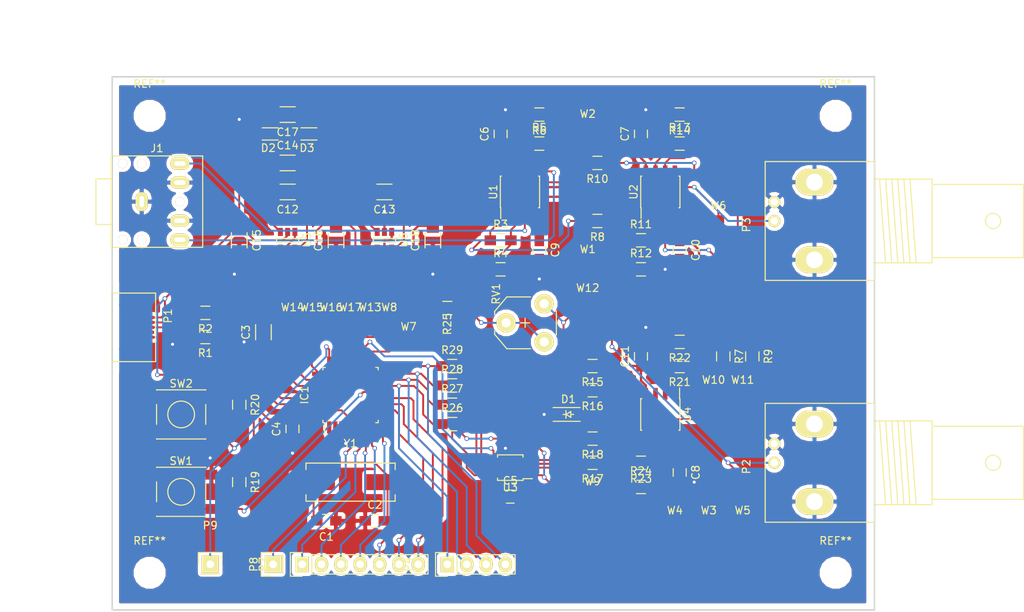
<source format=kicad_pcb>
(kicad_pcb (version 4) (host pcbnew 4.0.3-stable)
  (layers (0 F.Cu signal) (31 B.Cu signal) (34 B.Paste user) (35 F.Paste user) (36 B.SilkS user) (37 F.SilkS user) (38 B.Mask user) (39 F.Mask user) (44 Edge.Cuts user))
  (net 0 "")
  (net 1 GND)
  (net 2 "Net-(C1-Pad2)")
  (net 3 "Net-(C2-Pad2)")
  (net 4 "Net-(C3-Pad2)")
  (net 5 VCC)
  (net 6 V+)
  (net 7 V-)
  (net 8 "Net-(C12-Pad1)")
  (net 9 "Net-(C12-Pad2)")
  (net 10 "Net-(C13-Pad1)")
  (net 11 "Net-(C13-Pad2)")
  (net 12 "Net-(C14-Pad1)")
  (net 13 VSS)
  (net 14 VRef-)
  (net 15 "Net-(IC1-Pad5)")
  (net 16 "Net-(IC1-Pad6)")
  (net 17 "Net-(IC1-Pad7)")
  (net 18 "Net-(IC1-Pad8)")
  (net 19 "Net-(IC1-Pad9)")
  (net 20 "Net-(IC1-Pad10)")
  (net 21 "Net-(IC1-Pad11)")
  (net 22 "Net-(IC1-Pad12)")
  (net 23 HWB)
  (net 24 "Net-(IC1-Pad14)")
  (net 25 "Net-(IC1-Pad15)")
  (net 26 "Net-(IC1-Pad16)")
  (net 27 "Net-(IC1-Pad17)")
  (net 28 "Net-(IC1-Pad18)")
  (net 29 "Net-(IC1-Pad19)")
  (net 30 "Net-(IC1-Pad20)")
  (net 31 "Net-(IC1-Pad21)")
  (net 32 RESET)
  (net 33 "Net-(IC1-Pad29)")
  (net 34 "Net-(IC1-Pad30)")
  (net 35 "Net-(J1-Pad3)")
  (net 36 "Net-(J1-Pad2)")
  (net 37 "Net-(P1-Pad2)")
  (net 38 "Net-(P1-Pad3)")
  (net 39 "Net-(P2-Pad1)")
  (net 40 "Net-(P3-Pad1)")
  (net 41 "Net-(R3-Pad1)")
  (net 42 "Net-(R3-Pad2)")
  (net 43 "Net-(R10-Pad2)")
  (net 44 "Net-(R5-Pad2)")
  (net 45 "Net-(R7-Pad1)")
  (net 46 Offset1)
  (net 47 "Net-(R10-Pad1)")
  (net 48 Offset2)
  (net 49 "Net-(R11-Pad2)")
  (net 50 "Net-(R13-Pad2)")
  (net 51 "Net-(R15-Pad1)")
  (net 52 RawOffset1)
  (net 53 "Net-(R17-Pad1)")
  (net 54 RawOffset2)
  (net 55 "Net-(R21-Pad2)")
  (net 56 "Net-(R23-Pad2)")
  (net 57 "Net-(R25-Pad1)")
  (net 58 "Net-(R26-Pad2)")
  (net 59 "Net-(R27-Pad2)")
  (net 60 "Net-(R28-Pad2)")
  (net 61 "Net-(R29-Pad2)")
  (net 62 "Net-(U3-Pad3)")
  (net 63 "Net-(IC1-Pad22)")
  (net 64 "Net-(IC1-Pad23)")
  (net 65 "Net-(IC1-Pad25)")
  (net 66 "Net-(IC1-Pad26)")
  (module Resistors_SMD:R_0805_HandSoldering (layer F.Cu) (at 69.215 86.995 180)
    (fp_text reference R2 (at 0 -2.1 180) (layer F.SilkS))
    (fp_text value 22)
    (pad 1 smd rect (at -1.35 0 180) (size 1.5 1.3) (layers F.Cu F.Paste F.Mask) (net 34 "Net-(IC1-Pad30)"))
    (pad 2 smd rect (at 1.35 0 180) (size 1.5 1.3) (layers F.Cu F.Paste F.Mask) (net 37 "Net-(P1-Pad2)"))
  )
  (module Resistors_SMD:R_0805_HandSoldering (layer F.Cu) (at 120.65 74.93 180)
    (fp_text reference R8 (at 0 -2.1 180) (layer F.SilkS))
    (fp_text value 100k)
    (pad 1 smd rect (at -1.35 0 180) (size 1.5 1.3) (layers F.Cu F.Paste F.Mask) (net 45 "Net-(R7-Pad1)"))
    (pad 2 smd rect (at 1.35 0 180) (size 1.5 1.3) (layers F.Cu F.Paste F.Mask) (net 41 "Net-(R3-Pad1)"))
  )
  (module Capacitors_SMD:C_1206_HandSoldering (layer F.Cu) (at 92.71 71.12 180)
    (fp_text reference C13 (at 0 -2.3 180) (layer F.SilkS))
    (fp_text value 1uF)
    (pad 1 smd rect (at -2 0 180) (size 2 1.6) (layers F.Cu F.Paste F.Mask) (net 10 "Net-(C13-Pad1)"))
    (pad 2 smd rect (at 2 0 180) (size 2 1.6) (layers F.Cu F.Paste F.Mask) (net 11 "Net-(C13-Pad2)"))
  )
  (module Capacitors_SMD:C_0805_HandSoldering (layer F.Cu) (at 85.09 114.3 180)
    (fp_text reference C1 (at 0 -2.1 180) (layer F.SilkS))
    (fp_text value 22pF)
    (pad 1 smd rect (at -1.25 0 180) (size 1.5 1.25) (layers F.Cu F.Paste F.Mask) (net 1 GND))
    (pad 2 smd rect (at 1.25 0 180) (size 1.5 1.25) (layers F.Cu F.Paste F.Mask) (net 2 "Net-(C1-Pad2)"))
  )
  (module Capacitors_SMD:C_0805_HandSoldering (layer F.Cu) (at 91.44 114.3)
    (fp_text reference C2 (at 0 -2.1) (layer F.SilkS))
    (fp_text value 22pF)
    (pad 1 smd rect (at -1.25 0) (size 1.5 1.25) (layers F.Cu F.Paste F.Mask) (net 1 GND))
    (pad 2 smd rect (at 1.25 0) (size 1.5 1.25) (layers F.Cu F.Paste F.Mask) (net 3 "Net-(C2-Pad2)"))
  )
  (module Capacitors_SMD:C_0805_HandSoldering (layer F.Cu) (at 80.645 102.235 90)
    (fp_text reference C4 (at 0 -2.1 90) (layer F.SilkS))
    (fp_text value 100nF)
    (pad 1 smd rect (at -1.25 0 90) (size 1.5 1.25) (layers F.Cu F.Paste F.Mask) (net 1 GND))
    (pad 2 smd rect (at 1.25 0 90) (size 1.5 1.25) (layers F.Cu F.Paste F.Mask) (net 5 VCC))
  )
  (module Capacitors_SMD:C_0805_HandSoldering (layer F.Cu) (at 109.22 111.125)
    (fp_text reference C5 (at 0 -2.1) (layer F.SilkS))
    (fp_text value 100n)
    (pad 1 smd rect (at -1.25 0) (size 1.5 1.25) (layers F.Cu F.Paste F.Mask) (net 1 GND))
    (pad 2 smd rect (at 1.25 0) (size 1.5 1.25) (layers F.Cu F.Paste F.Mask) (net 5 VCC))
  )
  (module Capacitors_SMD:C_0805_HandSoldering (layer F.Cu) (at 107.95 63.5 90)
    (fp_text reference C6 (at 0 -2.1 90) (layer F.SilkS))
    (fp_text value 100n)
    (pad 1 smd rect (at -1.25 0 90) (size 1.5 1.25) (layers F.Cu F.Paste F.Mask) (net 6 V+))
    (pad 2 smd rect (at 1.25 0 90) (size 1.5 1.25) (layers F.Cu F.Paste F.Mask) (net 1 GND))
  )
  (module Capacitors_SMD:C_0805_HandSoldering (layer F.Cu) (at 126.365 63.5 90)
    (fp_text reference C7 (at 0 -2.1 90) (layer F.SilkS))
    (fp_text value 100n)
    (pad 1 smd rect (at -1.25 0 90) (size 1.5 1.25) (layers F.Cu F.Paste F.Mask) (net 6 V+))
    (pad 2 smd rect (at 1.25 0 90) (size 1.5 1.25) (layers F.Cu F.Paste F.Mask) (net 1 GND))
  )
  (module Capacitors_SMD:C_0805_HandSoldering (layer F.Cu) (at 131.445 107.95 270)
    (fp_text reference C8 (at 0 -2.1 270) (layer F.SilkS))
    (fp_text value 100n)
    (pad 1 smd rect (at -1.25 0 270) (size 1.5 1.25) (layers F.Cu F.Paste F.Mask) (net 5 VCC))
    (pad 2 smd rect (at 1.25 0 270) (size 1.5 1.25) (layers F.Cu F.Paste F.Mask) (net 1 GND))
  )
  (module Capacitors_SMD:C_0805_HandSoldering (layer F.Cu) (at 113.03 78.74 270)
    (fp_text reference C9 (at 0 -2.1 270) (layer F.SilkS))
    (fp_text value 100n)
    (pad 1 smd rect (at -1.25 0 270) (size 1.5 1.25) (layers F.Cu F.Paste F.Mask) (net 7 V-))
    (pad 2 smd rect (at 1.25 0 270) (size 1.5 1.25) (layers F.Cu F.Paste F.Mask) (net 1 GND))
  )
  (module Capacitors_SMD:C_0805_HandSoldering (layer F.Cu) (at 131.445 78.74 270)
    (fp_text reference C10 (at 0 -2.1 270) (layer F.SilkS))
    (fp_text value 100n)
    (pad 1 smd rect (at -1.25 0 270) (size 1.5 1.25) (layers F.Cu F.Paste F.Mask) (net 7 V-))
    (pad 2 smd rect (at 1.25 0 270) (size 1.5 1.25) (layers F.Cu F.Paste F.Mask) (net 1 GND))
  )
  (module Capacitors_SMD:C_0805_HandSoldering (layer F.Cu) (at 126.365 92.71 90)
    (fp_text reference C11 (at 0 -2.1 90) (layer F.SilkS))
    (fp_text value 100n)
    (pad 1 smd rect (at -1.25 0 90) (size 1.5 1.25) (layers F.Cu F.Paste F.Mask) (net 7 V-))
    (pad 2 smd rect (at 1.25 0 90) (size 1.5 1.25) (layers F.Cu F.Paste F.Mask) (net 1 GND))
  )
  (module Diodes_SMD:SOD-123 (layer F.Cu) (at 116.84 100.33)
    (fp_text reference D1 (at 0 -2) (layer F.SilkS))
    (fp_text value 2.5V)
    (pad 1 smd rect (at -1.635 0) (size 0.91 1.22) (layers F.Cu F.Paste F.Mask) (net 1 GND))
    (pad 2 smd rect (at 1.635 0) (size 0.91 1.22) (layers F.Cu F.Paste F.Mask) (net 14 VRef-))
  )
  (module Housings_QFP:TQFP-32_7x7mm_Pitch0.8mm (layer F.Cu) (at 88.265 97.79 90)
    (fp_text reference IC1 (at 0 -6.05 90) (layer F.SilkS))
    (fp_text value ATMEGA8U2)
    (pad 1 smd rect (at -4.25 -2.8 90) (size 1.6 0.55) (layers F.Cu F.Paste F.Mask) (net 2 "Net-(C1-Pad2)"))
    (pad 2 smd rect (at -4.25 -2 90) (size 1.6 0.55) (layers F.Cu F.Paste F.Mask) (net 3 "Net-(C2-Pad2)"))
    (pad 3 smd rect (at -4.25 -1.2 90) (size 1.6 0.55) (layers F.Cu F.Paste F.Mask) (net 1 GND))
    (pad 4 smd rect (at -4.25 -0.4 90) (size 1.6 0.55) (layers F.Cu F.Paste F.Mask) (net 5 VCC))
    (pad 5 smd rect (at -4.25 0.4 90) (size 1.6 0.55) (layers F.Cu F.Paste F.Mask) (net 15 "Net-(IC1-Pad5)"))
    (pad 6 smd rect (at -4.25 1.2 90) (size 1.6 0.55) (layers F.Cu F.Paste F.Mask) (net 16 "Net-(IC1-Pad6)"))
    (pad 7 smd rect (at -4.25 2 90) (size 1.6 0.55) (layers F.Cu F.Paste F.Mask) (net 17 "Net-(IC1-Pad7)"))
    (pad 8 smd rect (at -4.25 2.8 90) (size 1.6 0.55) (layers F.Cu F.Paste F.Mask) (net 18 "Net-(IC1-Pad8)"))
    (pad 9 smd rect (at -2.8 4.25 180) (size 1.6 0.55) (layers F.Cu F.Paste F.Mask) (net 19 "Net-(IC1-Pad9)"))
    (pad 10 smd rect (at -2 4.25 180) (size 1.6 0.55) (layers F.Cu F.Paste F.Mask) (net 20 "Net-(IC1-Pad10)"))
    (pad 11 smd rect (at -1.2 4.25 180) (size 1.6 0.55) (layers F.Cu F.Paste F.Mask) (net 21 "Net-(IC1-Pad11)"))
    (pad 12 smd rect (at -0.4 4.25 180) (size 1.6 0.55) (layers F.Cu F.Paste F.Mask) (net 22 "Net-(IC1-Pad12)"))
    (pad 13 smd rect (at 0.4 4.25 180) (size 1.6 0.55) (layers F.Cu F.Paste F.Mask) (net 23 HWB))
    (pad 14 smd rect (at 1.2 4.25 180) (size 1.6 0.55) (layers F.Cu F.Paste F.Mask) (net 24 "Net-(IC1-Pad14)"))
    (pad 15 smd rect (at 2 4.25 180) (size 1.6 0.55) (layers F.Cu F.Paste F.Mask) (net 25 "Net-(IC1-Pad15)"))
    (pad 16 smd rect (at 2.8 4.25 180) (size 1.6 0.55) (layers F.Cu F.Paste F.Mask) (net 26 "Net-(IC1-Pad16)"))
    (pad 17 smd rect (at 4.25 2.8 90) (size 1.6 0.55) (layers F.Cu F.Paste F.Mask) (net 27 "Net-(IC1-Pad17)"))
    (pad 18 smd rect (at 4.25 2 90) (size 1.6 0.55) (layers F.Cu F.Paste F.Mask) (net 28 "Net-(IC1-Pad18)"))
    (pad 19 smd rect (at 4.25 1.2 90) (size 1.6 0.55) (layers F.Cu F.Paste F.Mask) (net 29 "Net-(IC1-Pad19)"))
    (pad 20 smd rect (at 4.25 0.4 90) (size 1.6 0.55) (layers F.Cu F.Paste F.Mask) (net 30 "Net-(IC1-Pad20)"))
    (pad 21 smd rect (at 4.25 -0.4 90) (size 1.6 0.55) (layers F.Cu F.Paste F.Mask) (net 31 "Net-(IC1-Pad21)"))
    (pad 22 smd rect (at 4.25 -1.2 90) (size 1.6 0.55) (layers F.Cu F.Paste F.Mask) (net 63 "Net-(IC1-Pad22)"))
    (pad 23 smd rect (at 4.25 -2 90) (size 1.6 0.55) (layers F.Cu F.Paste F.Mask) (net 64 "Net-(IC1-Pad23)"))
    (pad 24 smd rect (at 4.25 -2.8 90) (size 1.6 0.55) (layers F.Cu F.Paste F.Mask) (net 32 RESET))
    (pad 25 smd rect (at 2.8 -4.25 180) (size 1.6 0.55) (layers F.Cu F.Paste F.Mask) (net 65 "Net-(IC1-Pad25)"))
    (pad 26 smd rect (at 2 -4.25 180) (size 1.6 0.55) (layers F.Cu F.Paste F.Mask) (net 66 "Net-(IC1-Pad26)"))
    (pad 27 smd rect (at 1.2 -4.25 180) (size 1.6 0.55) (layers F.Cu F.Paste F.Mask) (net 4 "Net-(C3-Pad2)"))
    (pad 28 smd rect (at 0.4 -4.25 180) (size 1.6 0.55) (layers F.Cu F.Paste F.Mask) (net 1 GND))
    (pad 29 smd rect (at -0.4 -4.25 180) (size 1.6 0.55) (layers F.Cu F.Paste F.Mask) (net 33 "Net-(IC1-Pad29)"))
    (pad 30 smd rect (at -1.2 -4.25 180) (size 1.6 0.55) (layers F.Cu F.Paste F.Mask) (net 34 "Net-(IC1-Pad30)"))
    (pad 31 smd rect (at -2 -4.25 180) (size 1.6 0.55) (layers F.Cu F.Paste F.Mask) (net 5 VCC))
    (pad 32 smd rect (at -2.8 -4.25 180) (size 1.6 0.55) (layers F.Cu F.Paste F.Mask) (net 5 VCC))
  )
  (module "OpenLab:TRS 3.5mm 5PIN" (layer F.Cu) (at 62.865 72.39)
    (fp_text reference J1 (at 0 -7) (layer F.SilkS))
    (fp_text value JACK_TRS_6PINS)
    (pad "" thru_hole circle (at 3 0) (size 1.2 1.2) (drill 1.2) (layers *.Cu *.Mask F.SilkS))
    (pad "" thru_hole circle (at -4.5 5) (size 1.2 1.2) (drill 1.2) (layers *.Cu *.Mask F.SilkS))
    (pad "" thru_hole circle (at -4.5 -5) (size 1.2 1.2) (drill 1.2) (layers *.Cu *.Mask F.SilkS))
    (pad "" thru_hole circle (at -2 5) (size 1.2 1.2) (drill 1.2) (layers *.Cu *.Mask F.SilkS))
    (pad 1 thru_hole oval (at -2 0 90) (size 2.5 1.6) (drill oval 1.5 0.6) (layers *.Cu *.Mask F.SilkS) (net 1 GND))
    (pad 3 thru_hole oval (at 3 5) (size 2.5 1.6) (drill oval 1.5 0.6) (layers *.Cu *.Mask F.SilkS) (net 35 "Net-(J1-Pad3)"))
    (pad 2 thru_hole oval (at 3 -5) (size 2.5 1.6) (drill oval 1.5 0.6) (layers *.Cu *.Mask F.SilkS) (net 36 "Net-(J1-Pad2)"))
    (pad 5 thru_hole oval (at 3 -2.5) (size 2.5 1.6) (drill oval 1.5 0.6) (layers *.Cu *.Mask F.SilkS) (net 1 GND))
    (pad 6 thru_hole oval (at 3 2.5) (size 2.5 1.6) (drill oval 1.5 0.6) (layers *.Cu *.Mask F.SilkS) (net 1 GND))
    (pad "" thru_hole circle (at -2 -5) (size 1.2 1.2) (drill 1.2) (layers *.Cu *.Mask F.SilkS))
  )
  (module Resistors_SMD:R_0805_HandSoldering (layer F.Cu) (at 69.215 90.17 180)
    (fp_text reference R1 (at 0 -2.1 180) (layer F.SilkS))
    (fp_text value 22)
    (pad 1 smd rect (at -1.35 0 180) (size 1.5 1.3) (layers F.Cu F.Paste F.Mask) (net 33 "Net-(IC1-Pad29)"))
    (pad 2 smd rect (at 1.35 0 180) (size 1.5 1.3) (layers F.Cu F.Paste F.Mask) (net 38 "Net-(P1-Pad3)"))
  )
  (module Resistors_SMD:R_0805_HandSoldering (layer F.Cu) (at 107.95 77.47)
    (fp_text reference R3 (at 0 -2.1) (layer F.SilkS))
    (fp_text value 110k)
    (pad 1 smd rect (at -1.35 0) (size 1.5 1.3) (layers F.Cu F.Paste F.Mask) (net 41 "Net-(R3-Pad1)"))
    (pad 2 smd rect (at 1.35 0) (size 1.5 1.3) (layers F.Cu F.Paste F.Mask) (net 42 "Net-(R3-Pad2)"))
  )
  (module Resistors_SMD:R_0805_HandSoldering (layer F.Cu) (at 107.95 81.28)
    (fp_text reference R4 (at 0 -2.1) (layer F.SilkS))
    (fp_text value 10k)
    (pad 1 smd rect (at -1.35 0) (size 1.5 1.3) (layers F.Cu F.Paste F.Mask) (net 42 "Net-(R3-Pad2)"))
    (pad 2 smd rect (at 1.35 0) (size 1.5 1.3) (layers F.Cu F.Paste F.Mask) (net 1 GND))
  )
  (module Resistors_SMD:R_0805_HandSoldering (layer F.Cu) (at 113.03 64.77)
    (fp_text reference R5 (at 0 -2.1) (layer F.SilkS))
    (fp_text value 110k)
    (pad 1 smd rect (at -1.35 0) (size 1.5 1.3) (layers F.Cu F.Paste F.Mask) (net 43 "Net-(R10-Pad2)"))
    (pad 2 smd rect (at 1.35 0) (size 1.5 1.3) (layers F.Cu F.Paste F.Mask) (net 44 "Net-(R5-Pad2)"))
  )
  (module Resistors_SMD:R_0805_HandSoldering (layer F.Cu) (at 113.03 60.96 180)
    (fp_text reference R6 (at 0 -2.1 180) (layer F.SilkS))
    (fp_text value 10k)
    (pad 1 smd rect (at -1.35 0 180) (size 1.5 1.3) (layers F.Cu F.Paste F.Mask) (net 44 "Net-(R5-Pad2)"))
    (pad 2 smd rect (at 1.35 0 180) (size 1.5 1.3) (layers F.Cu F.Paste F.Mask) (net 1 GND))
  )
  (module Resistors_SMD:R_0805_HandSoldering (layer F.Cu) (at 137.16 92.71 270)
    (fp_text reference R7 (at 0 -2.1 270) (layer F.SilkS))
    (fp_text value 100k)
    (pad 1 smd rect (at -1.35 0 270) (size 1.5 1.3) (layers F.Cu F.Paste F.Mask) (net 45 "Net-(R7-Pad1)"))
    (pad 2 smd rect (at 1.35 0 270) (size 1.5 1.3) (layers F.Cu F.Paste F.Mask) (net 46 Offset1))
  )
  (module Resistors_SMD:R_0805_HandSoldering (layer F.Cu) (at 140.97 92.71 270)
    (fp_text reference R9 (at 0 -2.1 270) (layer F.SilkS))
    (fp_text value 100k)
    (pad 1 smd rect (at -1.35 0 270) (size 1.5 1.3) (layers F.Cu F.Paste F.Mask) (net 47 "Net-(R10-Pad1)"))
    (pad 2 smd rect (at 1.35 0 270) (size 1.5 1.3) (layers F.Cu F.Paste F.Mask) (net 48 Offset2))
  )
  (module Resistors_SMD:R_0805_HandSoldering (layer F.Cu) (at 120.65 67.31 180)
    (fp_text reference R10 (at 0 -2.1 180) (layer F.SilkS))
    (fp_text value 100k)
    (pad 1 smd rect (at -1.35 0 180) (size 1.5 1.3) (layers F.Cu F.Paste F.Mask) (net 47 "Net-(R10-Pad1)"))
    (pad 2 smd rect (at 1.35 0 180) (size 1.5 1.3) (layers F.Cu F.Paste F.Mask) (net 43 "Net-(R10-Pad2)"))
  )
  (module Resistors_SMD:R_0805_HandSoldering (layer F.Cu) (at 126.365 77.47)
    (fp_text reference R11 (at 0 -2.1) (layer F.SilkS))
    (fp_text value 10k)
    (pad 1 smd rect (at -1.35 0) (size 1.5 1.3) (layers F.Cu F.Paste F.Mask) (net 39 "Net-(P2-Pad1)"))
    (pad 2 smd rect (at 1.35 0) (size 1.5 1.3) (layers F.Cu F.Paste F.Mask) (net 49 "Net-(R11-Pad2)"))
  )
  (module Resistors_SMD:R_0805_HandSoldering (layer F.Cu) (at 126.365 81.28)
    (fp_text reference R12 (at 0 -2.1) (layer F.SilkS))
    (fp_text value 10k)
    (pad 1 smd rect (at -1.35 0) (size 1.5 1.3) (layers F.Cu F.Paste F.Mask) (net 49 "Net-(R11-Pad2)"))
    (pad 2 smd rect (at 1.35 0) (size 1.5 1.3) (layers F.Cu F.Paste F.Mask) (net 1 GND))
  )
  (module Resistors_SMD:R_0805_HandSoldering (layer F.Cu) (at 131.445 64.77)
    (fp_text reference R13 (at 0 -2.1) (layer F.SilkS))
    (fp_text value 10k)
    (pad 1 smd rect (at -1.35 0) (size 1.5 1.3) (layers F.Cu F.Paste F.Mask) (net 40 "Net-(P3-Pad1)"))
    (pad 2 smd rect (at 1.35 0) (size 1.5 1.3) (layers F.Cu F.Paste F.Mask) (net 50 "Net-(R13-Pad2)"))
  )
  (module Resistors_SMD:R_0805_HandSoldering (layer F.Cu) (at 131.445 60.96 180)
    (fp_text reference R14 (at 0 -2.1 180) (layer F.SilkS))
    (fp_text value 10k)
    (pad 1 smd rect (at -1.35 0 180) (size 1.5 1.3) (layers F.Cu F.Paste F.Mask) (net 50 "Net-(R13-Pad2)"))
    (pad 2 smd rect (at 1.35 0 180) (size 1.5 1.3) (layers F.Cu F.Paste F.Mask) (net 1 GND))
  )
  (module Resistors_SMD:R_0805_HandSoldering (layer F.Cu) (at 120.015 93.98 180)
    (fp_text reference R15 (at 0 -2.1 180) (layer F.SilkS))
    (fp_text value 100k)
    (pad 1 smd rect (at -1.35 0 180) (size 1.5 1.3) (layers F.Cu F.Paste F.Mask) (net 51 "Net-(R15-Pad1)"))
    (pad 2 smd rect (at 1.35 0 180) (size 1.5 1.3) (layers F.Cu F.Paste F.Mask) (net 52 RawOffset1))
  )
  (module Resistors_SMD:R_0805_HandSoldering (layer F.Cu) (at 120.015 97.155 180)
    (fp_text reference R16 (at 0 -2.1 180) (layer F.SilkS))
    (fp_text value 100k)
    (pad 1 smd rect (at -1.35 0 180) (size 1.5 1.3) (layers F.Cu F.Paste F.Mask) (net 51 "Net-(R15-Pad1)"))
    (pad 2 smd rect (at 1.35 0 180) (size 1.5 1.3) (layers F.Cu F.Paste F.Mask) (net 14 VRef-))
  )
  (module Resistors_SMD:R_0805_HandSoldering (layer F.Cu) (at 120.015 106.68 180)
    (fp_text reference R17 (at 0 -2.1 180) (layer F.SilkS))
    (fp_text value 100k)
    (pad 1 smd rect (at -1.35 0 180) (size 1.5 1.3) (layers F.Cu F.Paste F.Mask) (net 53 "Net-(R17-Pad1)"))
    (pad 2 smd rect (at 1.35 0 180) (size 1.5 1.3) (layers F.Cu F.Paste F.Mask) (net 54 RawOffset2))
  )
  (module Resistors_SMD:R_0805_HandSoldering (layer F.Cu) (at 120.015 103.505 180)
    (fp_text reference R18 (at 0 -2.1 180) (layer F.SilkS))
    (fp_text value 100k)
    (pad 1 smd rect (at -1.35 0 180) (size 1.5 1.3) (layers F.Cu F.Paste F.Mask) (net 53 "Net-(R17-Pad1)"))
    (pad 2 smd rect (at 1.35 0 180) (size 1.5 1.3) (layers F.Cu F.Paste F.Mask) (net 14 VRef-))
  )
  (module Resistors_SMD:R_0805_HandSoldering (layer F.Cu) (at 73.66 109.22 270)
    (fp_text reference R19 (at 0 -2.1 270) (layer F.SilkS))
    (fp_text value 10k)
    (pad 1 smd rect (at -1.35 0 270) (size 1.5 1.3) (layers F.Cu F.Paste F.Mask) (net 5 VCC))
    (pad 2 smd rect (at 1.35 0 270) (size 1.5 1.3) (layers F.Cu F.Paste F.Mask) (net 23 HWB))
  )
  (module Resistors_SMD:R_0805_HandSoldering (layer F.Cu) (at 73.66 99.06 270)
    (fp_text reference R20 (at 0 -2.1 270) (layer F.SilkS))
    (fp_text value 10k)
    (pad 1 smd rect (at -1.35 0 270) (size 1.5 1.3) (layers F.Cu F.Paste F.Mask) (net 5 VCC))
    (pad 2 smd rect (at 1.35 0 270) (size 1.5 1.3) (layers F.Cu F.Paste F.Mask) (net 32 RESET))
  )
  (module Resistors_SMD:R_0805_HandSoldering (layer F.Cu) (at 131.445 93.98 180)
    (fp_text reference R21 (at 0 -2.1 180) (layer F.SilkS))
    (fp_text value 30k)
    (pad 1 smd rect (at -1.35 0 180) (size 1.5 1.3) (layers F.Cu F.Paste F.Mask) (net 46 Offset1))
    (pad 2 smd rect (at 1.35 0 180) (size 1.5 1.3) (layers F.Cu F.Paste F.Mask) (net 55 "Net-(R21-Pad2)"))
  )
  (module Resistors_SMD:R_0805_HandSoldering (layer F.Cu) (at 131.445 90.805 180)
    (fp_text reference R22 (at 0 -2.1 180) (layer F.SilkS))
    (fp_text value 10k)
    (pad 1 smd rect (at -1.35 0 180) (size 1.5 1.3) (layers F.Cu F.Paste F.Mask) (net 55 "Net-(R21-Pad2)"))
    (pad 2 smd rect (at 1.35 0 180) (size 1.5 1.3) (layers F.Cu F.Paste F.Mask) (net 1 GND))
  )
  (module Resistors_SMD:R_0805_HandSoldering (layer F.Cu) (at 126.365 106.68 180)
    (fp_text reference R23 (at 0 -2.1 180) (layer F.SilkS))
    (fp_text value 30k)
    (pad 1 smd rect (at -1.35 0 180) (size 1.5 1.3) (layers F.Cu F.Paste F.Mask) (net 48 Offset2))
    (pad 2 smd rect (at 1.35 0 180) (size 1.5 1.3) (layers F.Cu F.Paste F.Mask) (net 56 "Net-(R23-Pad2)"))
  )
  (module Resistors_SMD:R_0805_HandSoldering (layer F.Cu) (at 126.365 109.855)
    (fp_text reference R24 (at 0 -2.1) (layer F.SilkS))
    (fp_text value 10k)
    (pad 1 smd rect (at -1.35 0) (size 1.5 1.3) (layers F.Cu F.Paste F.Mask) (net 56 "Net-(R23-Pad2)"))
    (pad 2 smd rect (at 1.35 0) (size 1.5 1.3) (layers F.Cu F.Paste F.Mask) (net 1 GND))
  )
  (module Resistors_SMD:R_0805_HandSoldering (layer F.Cu) (at 100.965 86.36 180)
    (fp_text reference R25 (at 0 -2.1 270) (layer F.SilkS))
    (fp_text value 1k)
    (pad 1 smd rect (at -1.35 0 180) (size 1.5 1.3) (layers F.Cu F.Paste F.Mask) (net 57 "Net-(R25-Pad1)"))
    (pad 2 smd rect (at 1.35 0 180) (size 1.5 1.3) (layers F.Cu F.Paste F.Mask) (net 13 VSS))
  )
  (module Resistors_SMD:R_0805_HandSoldering (layer F.Cu) (at 101.6 101.6)
    (fp_text reference R26 (at 0 -2.1) (layer F.SilkS))
    (fp_text value 100)
    (pad 1 smd rect (at -1.35 0) (size 1.5 1.3) (layers F.Cu F.Paste F.Mask) (net 24 "Net-(IC1-Pad14)"))
    (pad 2 smd rect (at 1.35 0) (size 1.5 1.3) (layers F.Cu F.Paste F.Mask) (net 58 "Net-(R26-Pad2)"))
  )
  (module Resistors_SMD:R_0805_HandSoldering (layer F.Cu) (at 101.6 99.06)
    (fp_text reference R27 (at 0 -2.1) (layer F.SilkS))
    (fp_text value 100)
    (pad 1 smd rect (at -1.35 0) (size 1.5 1.3) (layers F.Cu F.Paste F.Mask) (net 25 "Net-(IC1-Pad15)"))
    (pad 2 smd rect (at 1.35 0) (size 1.5 1.3) (layers F.Cu F.Paste F.Mask) (net 59 "Net-(R27-Pad2)"))
  )
  (module Resistors_SMD:R_0805_HandSoldering (layer F.Cu) (at 101.6 96.52)
    (fp_text reference R28 (at 0 -2.1) (layer F.SilkS))
    (fp_text value 100)
    (pad 1 smd rect (at -1.35 0) (size 1.5 1.3) (layers F.Cu F.Paste F.Mask) (net 26 "Net-(IC1-Pad16)"))
    (pad 2 smd rect (at 1.35 0) (size 1.5 1.3) (layers F.Cu F.Paste F.Mask) (net 60 "Net-(R28-Pad2)"))
  )
  (module Resistors_SMD:R_0805_HandSoldering (layer F.Cu) (at 101.6 93.98)
    (fp_text reference R29 (at 0 -2.1) (layer F.SilkS))
    (fp_text value 100)
    (pad 1 smd rect (at -1.35 0) (size 1.5 1.3) (layers F.Cu F.Paste F.Mask) (net 27 "Net-(IC1-Pad17)"))
    (pad 2 smd rect (at 1.35 0) (size 1.5 1.3) (layers F.Cu F.Paste F.Mask) (net 61 "Net-(R29-Pad2)"))
  )
  (module Potentiometers:Potentiometer_VishaySpectrol-Econtrim-Type36M (layer F.Cu) (at 113.665 90.805 90)
    (fp_text reference RV1 (at 6.30936 -6.30936 90) (layer F.SilkS))
    (fp_text value 2k5)
    (pad 2 thru_hole circle (at 2.49936 -4.99872 90) (size 2.49936 2.49936) (drill 1.19888) (layers *.Cu *.Mask F.SilkS) (net 57 "Net-(R25-Pad1)"))
    (pad 3 thru_hole circle (at 4.99872 0 90) (size 2.49936 2.49936) (drill 1.19888) (layers *.Cu *.Mask F.SilkS) (net 14 VRef-))
    (pad 1 thru_hole circle (at 0 0 90) (size 2.49936 2.49936) (drill 1.19888) (layers *.Cu *.Mask F.SilkS) (net 57 "Net-(R25-Pad1)"))
  )
  (module Buttons_Switches_SMD:SW_SPST_PTS645 (layer F.Cu) (at 66.04 110.49)
    (fp_text reference SW1 (at 0 -4.05) (layer F.SilkS))
    (fp_text value SW_PUSH)
    (pad 2 smd rect (at -3.975 2.25) (size 1.55 1.3) (layers F.Cu F.Paste F.Mask) (net 23 HWB))
    (pad 1 smd rect (at -3.975 -2.25) (size 1.55 1.3) (layers F.Cu F.Paste F.Mask) (net 1 GND))
    (pad 1 smd rect (at 3.975 -2.25) (size 1.55 1.3) (layers F.Cu F.Paste F.Mask) (net 1 GND))
    (pad 2 smd rect (at 3.975 2.25) (size 1.55 1.3) (layers F.Cu F.Paste F.Mask) (net 23 HWB))
  )
  (module Buttons_Switches_SMD:SW_SPST_PTS645 (layer F.Cu) (at 66.04 100.33)
    (fp_text reference SW2 (at 0 -4.05) (layer F.SilkS))
    (fp_text value SW_PUSH)
    (pad 2 smd rect (at -3.975 2.25) (size 1.55 1.3) (layers F.Cu F.Paste F.Mask) (net 32 RESET))
    (pad 1 smd rect (at -3.975 -2.25) (size 1.55 1.3) (layers F.Cu F.Paste F.Mask) (net 1 GND))
    (pad 1 smd rect (at 3.975 -2.25) (size 1.55 1.3) (layers F.Cu F.Paste F.Mask) (net 1 GND))
    (pad 2 smd rect (at 3.975 2.25) (size 1.55 1.3) (layers F.Cu F.Paste F.Mask) (net 32 RESET))
  )
  (module Housings_SOIC:SOIC-8_3.9x4.9mm_Pitch1.27mm (layer F.Cu) (at 110.49 71.12 90)
    (fp_text reference U1 (at 0 -3.5 90) (layer F.SilkS))
    (fp_text value AD8034)
    (pad 1 smd rect (at -2.7 -1.905 90) (size 1.55 0.6) (layers F.Cu F.Paste F.Mask) (net 41 "Net-(R3-Pad1)"))
    (pad 2 smd rect (at -2.7 -0.635 90) (size 1.55 0.6) (layers F.Cu F.Paste F.Mask) (net 42 "Net-(R3-Pad2)"))
    (pad 3 smd rect (at -2.7 0.635 90) (size 1.55 0.6) (layers F.Cu F.Paste F.Mask) (net 36 "Net-(J1-Pad2)"))
    (pad 4 smd rect (at -2.7 1.905 90) (size 1.55 0.6) (layers F.Cu F.Paste F.Mask) (net 7 V-))
    (pad 5 smd rect (at 2.7 1.905 90) (size 1.55 0.6) (layers F.Cu F.Paste F.Mask) (net 35 "Net-(J1-Pad3)"))
    (pad 6 smd rect (at 2.7 0.635 90) (size 1.55 0.6) (layers F.Cu F.Paste F.Mask) (net 44 "Net-(R5-Pad2)"))
    (pad 7 smd rect (at 2.7 -0.635 90) (size 1.55 0.6) (layers F.Cu F.Paste F.Mask) (net 43 "Net-(R10-Pad2)"))
    (pad 8 smd rect (at 2.7 -1.905 90) (size 1.55 0.6) (layers F.Cu F.Paste F.Mask) (net 6 V+))
  )
  (module Housings_SOIC:SOIC-8_3.9x4.9mm_Pitch1.27mm (layer F.Cu) (at 128.905 71.12 90)
    (fp_text reference U2 (at 0 -3.5 90) (layer F.SilkS))
    (fp_text value AD8034)
    (pad 1 smd rect (at -2.7 -1.905 90) (size 1.55 0.6) (layers F.Cu F.Paste F.Mask) (net 39 "Net-(P2-Pad1)"))
    (pad 2 smd rect (at -2.7 -0.635 90) (size 1.55 0.6) (layers F.Cu F.Paste F.Mask) (net 49 "Net-(R11-Pad2)"))
    (pad 3 smd rect (at -2.7 0.635 90) (size 1.55 0.6) (layers F.Cu F.Paste F.Mask) (net 45 "Net-(R7-Pad1)"))
    (pad 4 smd rect (at -2.7 1.905 90) (size 1.55 0.6) (layers F.Cu F.Paste F.Mask) (net 7 V-))
    (pad 5 smd rect (at 2.7 1.905 90) (size 1.55 0.6) (layers F.Cu F.Paste F.Mask) (net 47 "Net-(R10-Pad1)"))
    (pad 6 smd rect (at 2.7 0.635 90) (size 1.55 0.6) (layers F.Cu F.Paste F.Mask) (net 50 "Net-(R13-Pad2)"))
    (pad 7 smd rect (at 2.7 -0.635 90) (size 1.55 0.6) (layers F.Cu F.Paste F.Mask) (net 40 "Net-(P3-Pad1)"))
    (pad 8 smd rect (at 2.7 -1.905 90) (size 1.55 0.6) (layers F.Cu F.Paste F.Mask) (net 6 V+))
  )
  (module Housings_SSOP:MSOP-10_3x3mm_Pitch0.5mm (layer F.Cu) (at 109.22 107.315 180)
    (fp_text reference U3 (at 0 -2.6 180) (layer F.SilkS))
    (fp_text value MCP48FEB02)
    (pad 1 smd rect (at -2.2 -1 180) (size 1.4 0.3) (layers F.Cu F.Paste F.Mask) (net 5 VCC))
    (pad 2 smd rect (at -2.2 -0.5 180) (size 1.4 0.3) (layers F.Cu F.Paste F.Mask) (net 58 "Net-(R26-Pad2)"))
    (pad 3 smd rect (at -2.2 0 180) (size 1.4 0.3) (layers F.Cu F.Paste F.Mask) (net 62 "Net-(U3-Pad3)"))
    (pad 4 smd rect (at -2.2 0.5 180) (size 1.4 0.3) (layers F.Cu F.Paste F.Mask) (net 52 RawOffset1))
    (pad 5 smd rect (at -2.2 1 180) (size 1.4 0.3) (layers F.Cu F.Paste F.Mask) (net 54 RawOffset2))
    (pad 6 smd rect (at 2.2 1 180) (size 1.4 0.3) (layers F.Cu F.Paste F.Mask) (net 29 "Net-(IC1-Pad19)"))
    (pad 7 smd rect (at 2.2 0.5 180) (size 1.4 0.3) (layers F.Cu F.Paste F.Mask) (net 1 GND))
    (pad 8 smd rect (at 2.2 0 180) (size 1.4 0.3) (layers F.Cu F.Paste F.Mask) (net 61 "Net-(R29-Pad2)"))
    (pad 9 smd rect (at 2.2 -0.5 180) (size 1.4 0.3) (layers F.Cu F.Paste F.Mask) (net 59 "Net-(R27-Pad2)"))
    (pad 10 smd rect (at 2.2 -1 180) (size 1.4 0.3) (layers F.Cu F.Paste F.Mask) (net 60 "Net-(R28-Pad2)"))
  )
  (module Housings_SOIC:SOIC-8_3.9x4.9mm_Pitch1.27mm (layer F.Cu) (at 128.905 100.33 270)
    (fp_text reference U4 (at 0 -3.5 270) (layer F.SilkS))
    (fp_text value MC33202)
    (pad 1 smd rect (at -2.7 -1.905 270) (size 1.55 0.6) (layers F.Cu F.Paste F.Mask) (net 46 Offset1))
    (pad 2 smd rect (at -2.7 -0.635 270) (size 1.55 0.6) (layers F.Cu F.Paste F.Mask) (net 55 "Net-(R21-Pad2)"))
    (pad 3 smd rect (at -2.7 0.635 270) (size 1.55 0.6) (layers F.Cu F.Paste F.Mask) (net 51 "Net-(R15-Pad1)"))
    (pad 4 smd rect (at -2.7 1.905 270) (size 1.55 0.6) (layers F.Cu F.Paste F.Mask) (net 7 V-))
    (pad 5 smd rect (at 2.7 1.905 270) (size 1.55 0.6) (layers F.Cu F.Paste F.Mask) (net 53 "Net-(R17-Pad1)"))
    (pad 6 smd rect (at 2.7 0.635 270) (size 1.55 0.6) (layers F.Cu F.Paste F.Mask) (net 56 "Net-(R23-Pad2)"))
    (pad 7 smd rect (at 2.7 -0.635 270) (size 1.55 0.6) (layers F.Cu F.Paste F.Mask) (net 48 Offset2))
    (pad 8 smd rect (at 2.7 -1.905 270) (size 1.55 0.6) (layers F.Cu F.Paste F.Mask) (net 5 VCC))
  )
  (module TO_SOT_Packages_SMD:SOT-23-5 (layer F.Cu) (at 80.01 77.47 270)
    (fp_text reference U5 (at -0.05 -2.55 270) (layer F.SilkS))
    (fp_text value TPS60400DBVR)
    (pad 1 smd rect (at -1.1 -0.95 270) (size 1.06 0.65) (layers F.Cu F.Paste F.Mask) (net 13 VSS))
    (pad 2 smd rect (at -1.1 0 270) (size 1.06 0.65) (layers F.Cu F.Paste F.Mask) (net 5 VCC))
    (pad 3 smd rect (at -1.1 0.95 270) (size 1.06 0.65) (layers F.Cu F.Paste F.Mask) (net 9 "Net-(C12-Pad2)"))
    (pad 4 smd rect (at 1.1 0.95 270) (size 1.06 0.65) (layers F.Cu F.Paste F.Mask) (net 1 GND))
    (pad 5 smd rect (at 1.1 -0.95 270) (size 1.06 0.65) (layers F.Cu F.Paste F.Mask) (net 8 "Net-(C12-Pad1)"))
  )
  (module TO_SOT_Packages_SMD:SOT-23-5 (layer F.Cu) (at 92.71 77.47 270)
    (fp_text reference U6 (at -0.05 -2.55 270) (layer F.SilkS))
    (fp_text value TPS60400DBVR)
    (pad 1 smd rect (at -1.1 -0.95 270) (size 1.06 0.65) (layers F.Cu F.Paste F.Mask) (net 7 V-))
    (pad 2 smd rect (at -1.1 0 270) (size 1.06 0.65) (layers F.Cu F.Paste F.Mask) (net 1 GND))
    (pad 3 smd rect (at -1.1 0.95 270) (size 1.06 0.65) (layers F.Cu F.Paste F.Mask) (net 11 "Net-(C13-Pad2)"))
    (pad 4 smd rect (at 1.1 0.95 270) (size 1.06 0.65) (layers F.Cu F.Paste F.Mask) (net 13 VSS))
    (pad 5 smd rect (at 1.1 -0.95 270) (size 1.06 0.65) (layers F.Cu F.Paste F.Mask) (net 10 "Net-(C13-Pad1)"))
  )
  (module Crystals:Crystal_HC49-SD_SMD (layer F.Cu) (at 88.265 109.22)
    (fp_text reference Y1 (at 0 -5.08) (layer F.SilkS))
    (fp_text value 16MHz)
    (pad 1 smd rect (at -4.84886 0) (size 5.6007 2.10058) (layers F.Cu F.Paste F.Mask) (net 2 "Net-(C1-Pad2)"))
    (pad 2 smd rect (at 4.84886 0) (size 5.6007 2.10058) (layers F.Cu F.Paste F.Mask) (net 3 "Net-(C2-Pad2)"))
  )
  (module Capacitors_SMD:C_1206_HandSoldering (layer F.Cu) (at 76.835 89.535 90)
    (fp_text reference C3 (at 0 -2.3 90) (layer F.SilkS))
    (fp_text value 1uF)
    (pad 1 smd rect (at -2 0 90) (size 2 1.6) (layers F.Cu F.Paste F.Mask) (net 1 GND))
    (pad 2 smd rect (at 2 0 90) (size 2 1.6) (layers F.Cu F.Paste F.Mask) (net 4 "Net-(C3-Pad2)"))
  )
  (module Capacitors_SMD:C_1206_HandSoldering (layer F.Cu) (at 80.01 71.12 180)
    (fp_text reference C12 (at 0 -2.3 180) (layer F.SilkS))
    (fp_text value 1uF)
    (pad 1 smd rect (at -2 0 180) (size 2 1.6) (layers F.Cu F.Paste F.Mask) (net 8 "Net-(C12-Pad1)"))
    (pad 2 smd rect (at 2 0 180) (size 2 1.6) (layers F.Cu F.Paste F.Mask) (net 9 "Net-(C12-Pad2)"))
  )
  (module Capacitors_SMD:C_1206_HandSoldering (layer F.Cu) (at 80.01 67.31)
    (fp_text reference C14 (at 0 -2.3) (layer F.SilkS))
    (fp_text value 1uF)
    (pad 1 smd rect (at -2 0) (size 2 1.6) (layers F.Cu F.Paste F.Mask) (net 12 "Net-(C14-Pad1)"))
    (pad 2 smd rect (at 2 0) (size 2 1.6) (layers F.Cu F.Paste F.Mask) (net 8 "Net-(C12-Pad1)"))
  )
  (module Capacitors_SMD:C_1206_HandSoldering (layer F.Cu) (at 73.66 77.47 270)
    (fp_text reference C15 (at 0 -2.3 270) (layer F.SilkS))
    (fp_text value 1uF)
    (pad 1 smd rect (at -2 0 270) (size 2 1.6) (layers F.Cu F.Paste F.Mask) (net 5 VCC))
    (pad 2 smd rect (at 2 0 270) (size 2 1.6) (layers F.Cu F.Paste F.Mask) (net 1 GND))
  )
  (module Capacitors_SMD:C_1206_HandSoldering (layer F.Cu) (at 86.36 77.47 90)
    (fp_text reference C16 (at 0 -2.3 90) (layer F.SilkS))
    (fp_text value 1uF)
    (pad 1 smd rect (at -2 0 90) (size 2 1.6) (layers F.Cu F.Paste F.Mask) (net 1 GND))
    (pad 2 smd rect (at 2 0 90) (size 2 1.6) (layers F.Cu F.Paste F.Mask) (net 13 VSS))
  )
  (module Capacitors_SMD:C_1206_HandSoldering (layer F.Cu) (at 80.01 60.96 180)
    (fp_text reference C17 (at 0 -2.3 180) (layer F.SilkS))
    (fp_text value 1uF)
    (pad 1 smd rect (at -2 0 180) (size 2 1.6) (layers F.Cu F.Paste F.Mask) (net 6 V+))
    (pad 2 smd rect (at 2 0 180) (size 2 1.6) (layers F.Cu F.Paste F.Mask) (net 1 GND))
  )
  (module Capacitors_SMD:C_1206_HandSoldering (layer F.Cu) (at 99.06 77.47 90)
    (fp_text reference C18 (at 0 -2.3 90) (layer F.SilkS))
    (fp_text value 1uF)
    (pad 1 smd rect (at -2 0 90) (size 2 1.6) (layers F.Cu F.Paste F.Mask) (net 1 GND))
    (pad 2 smd rect (at 2 0 90) (size 2 1.6) (layers F.Cu F.Paste F.Mask) (net 7 V-))
  )
  (module Pin_Headers:Pin_Header_Straight_1x04 (layer F.Cu) (at 100.965 120.015 90)
    (fp_text reference P4 (at 0 -5.1 90) (layer F.SilkS))
    (fp_text value SPI)
    (pad 1 thru_hole rect (at 0 0 90) (size 2.032 1.7272) (drill 1.016) (layers *.Cu *.Mask F.SilkS) (net 24 "Net-(IC1-Pad14)"))
    (pad 2 thru_hole oval (at 0 2.54 90) (size 2.032 1.7272) (drill 1.016) (layers *.Cu *.Mask F.SilkS) (net 25 "Net-(IC1-Pad15)"))
    (pad 3 thru_hole oval (at 0 5.08 90) (size 2.032 1.7272) (drill 1.016) (layers *.Cu *.Mask F.SilkS) (net 26 "Net-(IC1-Pad16)"))
    (pad 4 thru_hole oval (at 0 7.62 90) (size 2.032 1.7272) (drill 1.016) (layers *.Cu *.Mask F.SilkS) (net 27 "Net-(IC1-Pad17)"))
  )
  (module Pin_Headers:Pin_Header_Straight_1x07 (layer F.Cu) (at 81.915 120.015 90)
    (fp_text reference P7 (at 0 -5.1 90) (layer F.SilkS))
    (fp_text value PORTD)
    (pad 1 thru_hole rect (at 0 0 90) (size 2.032 1.7272) (drill 1.016) (layers *.Cu *.Mask F.SilkS) (net 16 "Net-(IC1-Pad6)"))
    (pad 2 thru_hole oval (at 0 2.54 90) (size 2.032 1.7272) (drill 1.016) (layers *.Cu *.Mask F.SilkS) (net 17 "Net-(IC1-Pad7)"))
    (pad 3 thru_hole oval (at 0 5.08 90) (size 2.032 1.7272) (drill 1.016) (layers *.Cu *.Mask F.SilkS) (net 18 "Net-(IC1-Pad8)"))
    (pad 4 thru_hole oval (at 0 7.62 90) (size 2.032 1.7272) (drill 1.016) (layers *.Cu *.Mask F.SilkS) (net 19 "Net-(IC1-Pad9)"))
    (pad 5 thru_hole oval (at 0 10.16 90) (size 2.032 1.7272) (drill 1.016) (layers *.Cu *.Mask F.SilkS) (net 20 "Net-(IC1-Pad10)"))
    (pad 6 thru_hole oval (at 0 12.7 90) (size 2.032 1.7272) (drill 1.016) (layers *.Cu *.Mask F.SilkS) (net 21 "Net-(IC1-Pad11)"))
    (pad 7 thru_hole oval (at 0 15.24 90) (size 2.032 1.7272) (drill 1.016) (layers *.Cu *.Mask F.SilkS) (net 22 "Net-(IC1-Pad12)"))
  )
  (module Pin_Headers:Pin_Header_Straight_1x01 (layer F.Cu) (at 69.85 120.015)
    (fp_text reference P9 (at 0 -5.1) (layer F.SilkS))
    (fp_text value dW)
    (pad 1 thru_hole rect (at 0 0) (size 2.2352 2.2352) (drill 1.016) (layers *.Cu *.Mask F.SilkS) (net 32 RESET))
  )
  (module Pin_Headers:Pin_Header_Straight_1x01 (layer F.Cu) (at 78.105 120.015 90)
    (fp_text reference P8 (at 0 -2.54 90) (layer F.SilkS))
    (fp_text value PC)
    (pad 1 thru_hole rect (at 0 0 90) (size 2.2352 2.2352) (drill 1.016) (layers *.Cu *.Mask F.SilkS) (net 15 "Net-(IC1-Pad5)"))
  )
  (module Measurement_Points:Measurement_Point_Square-SMD-Pad_Small (layer F.Cu) (at 119.38 80.645)
    (fp_text reference W1 (at 0 -2) (layer F.SilkS))
    (fp_text value AMP1)
    (pad 1 smd rect (at 0 0) (size 1.5 1.5) (layers F.Cu F.Mask) (net 41 "Net-(R3-Pad1)"))
  )
  (module Measurement_Points:Measurement_Point_Square-SMD-Pad_Small (layer F.Cu) (at 119.38 62.865)
    (fp_text reference W2 (at 0 -2) (layer F.SilkS))
    (fp_text value AMP2)
    (pad 1 smd rect (at 0 0) (size 1.5 1.5) (layers F.Cu F.Mask) (net 43 "Net-(R10-Pad2)"))
  )
  (module Measurement_Points:Measurement_Point_Square-SMD-Pad_Small (layer F.Cu) (at 135.255 114.935)
    (fp_text reference W3 (at 0 -2) (layer F.SilkS))
    (fp_text value VCC)
    (pad 1 smd rect (at 0 0) (size 1.5 1.5) (layers F.Cu F.Mask) (net 5 VCC))
  )
  (module Measurement_Points:Measurement_Point_Square-SMD-Pad_Small (layer F.Cu) (at 130.81 114.935)
    (fp_text reference W4 (at 0 -2) (layer F.SilkS))
    (fp_text value GND)
    (pad 1 smd rect (at 0 0) (size 1.5 1.5) (layers F.Cu F.Mask) (net 1 GND))
  )
  (module Measurement_Points:Measurement_Point_Square-SMD-Pad_Small (layer F.Cu) (at 139.7 114.935)
    (fp_text reference W5 (at 0 -2) (layer F.SilkS))
    (fp_text value SIG1)
    (pad 1 smd rect (at 0 0) (size 1.5 1.5) (layers F.Cu F.Mask) (net 39 "Net-(P2-Pad1)"))
  )
  (module Measurement_Points:Measurement_Point_Square-SMD-Pad_Small (layer F.Cu) (at 136.525 74.93)
    (fp_text reference W6 (at 0 -2) (layer F.SilkS))
    (fp_text value SIG2)
    (pad 1 smd rect (at 0 0) (size 1.5 1.5) (layers F.Cu F.Mask) (net 40 "Net-(P3-Pad1)"))
  )
  (module Measurement_Points:Measurement_Point_Square-SMD-Pad_Small (layer F.Cu) (at 95.885 90.805)
    (fp_text reference W7 (at 0 -2) (layer F.SilkS))
    (fp_text value PB4)
    (pad 1 smd rect (at 0 0) (size 1.5 1.5) (layers F.Cu F.Mask) (net 28 "Net-(IC1-Pad18)"))
  )
  (module Measurement_Points:Measurement_Point_Square-SMD-Pad_Small (layer F.Cu) (at 93.345 88.265)
    (fp_text reference W8 (at 0 -2) (layer F.SilkS))
    (fp_text value PB6)
    (pad 1 smd rect (at 0 0) (size 1.5 1.5) (layers F.Cu F.Mask) (net 30 "Net-(IC1-Pad20)"))
  )
  (module Measurement_Points:Measurement_Point_Square-SMD-Pad_Small (layer F.Cu) (at 120.015 111.125)
    (fp_text reference W9 (at 0 -2) (layer F.SilkS))
    (fp_text value DACREF)
    (pad 1 smd rect (at 0 0) (size 1.5 1.5) (layers F.Cu F.Mask) (net 62 "Net-(U3-Pad3)"))
  )
  (module Measurement_Points:Measurement_Point_Square-SMD-Pad_Small (layer F.Cu) (at 135.89 97.79)
    (fp_text reference W10 (at 0 -2) (layer F.SilkS))
    (fp_text value OFF1)
    (pad 1 smd rect (at 0 0) (size 1.5 1.5) (layers F.Cu F.Mask) (net 46 Offset1))
  )
  (module Measurement_Points:Measurement_Point_Square-SMD-Pad_Small (layer F.Cu) (at 139.7 97.79)
    (fp_text reference W11 (at 0 -2) (layer F.SilkS))
    (fp_text value OFF2)
    (pad 1 smd rect (at 0 0) (size 1.5 1.5) (layers F.Cu F.Mask) (net 48 Offset2))
  )
  (module Measurement_Points:Measurement_Point_Square-SMD-Pad_Small (layer F.Cu) (at 119.38 85.725)
    (fp_text reference W12 (at 0 -2) (layer F.SilkS))
    (fp_text value REF)
    (pad 1 smd rect (at 0 0) (size 1.5 1.5) (layers F.Cu F.Mask) (net 14 VRef-))
  )
  (module Measurement_Points:Measurement_Point_Square-SMD-Pad_Small (layer F.Cu) (at 90.805 88.265)
    (fp_text reference W13 (at 0 -2) (layer F.SilkS))
    (fp_text value PB7)
    (pad 1 smd rect (at 0 0) (size 1.5 1.5) (layers F.Cu F.Mask) (net 31 "Net-(IC1-Pad21)"))
  )
  (module Measurement_Points:Measurement_Point_Square-SMD-Pad_Small (layer F.Cu) (at 80.645 88.265)
    (fp_text reference W14 (at 0 -2) (layer F.SilkS))
    (fp_text value PB7)
    (pad 1 smd rect (at 0 0) (size 1.5 1.5) (layers F.Cu F.Mask) (net 66 "Net-(IC1-Pad26)"))
  )
  (module Measurement_Points:Measurement_Point_Square-SMD-Pad_Small (layer F.Cu) (at 83.185 88.265)
    (fp_text reference W15 (at 0 -2) (layer F.SilkS))
    (fp_text value PB7)
    (pad 1 smd rect (at 0 0) (size 1.5 1.5) (layers F.Cu F.Mask) (net 65 "Net-(IC1-Pad25)"))
  )
  (module Measurement_Points:Measurement_Point_Square-SMD-Pad_Small (layer F.Cu) (at 85.725 88.265)
    (fp_text reference W16 (at 0 -2) (layer F.SilkS))
    (fp_text value PB7)
    (pad 1 smd rect (at 0 0) (size 1.5 1.5) (layers F.Cu F.Mask) (net 64 "Net-(IC1-Pad23)"))
  )
  (module Measurement_Points:Measurement_Point_Square-SMD-Pad_Small (layer F.Cu) (at 88.265 88.265)
    (fp_text reference W17 (at 0 -2) (layer F.SilkS))
    (fp_text value PB7)
    (pad 1 smd rect (at 0 0) (size 1.5 1.5) (layers F.Cu F.Mask) (net 63 "Net-(IC1-Pad22)"))
  )
  (module OpenLab:BNC_Socket_TYCO-AMP_FIX (layer F.Cu) (at 149.86 106.68 270)
    (fp_text reference P2 (at 0.508 9.652 270) (layer F.SilkS))
    (fp_text value CH1)
    (pad 2 thru_hole oval (at -5.09778 0.7366 270) (size 3.50012 5.00126) (drill 2.19964) (layers *.Cu *.Mask F.SilkS) (net 1 GND))
    (pad 2 thru_hole oval (at 5.10032 0.7366 270) (size 3.50012 5.00126) (drill 2.19964) (layers *.Cu *.Mask F.SilkS) (net 1 GND))
    (pad 1 thru_hole circle (at 0 6 270) (size 1.6002 1.6002) (drill 1.00076) (layers *.Cu *.Mask F.SilkS) (net 39 "Net-(P2-Pad1)"))
    (pad 2 thru_hole circle (at -2.5 6 270) (size 1.6002 1.6002) (drill 1.00076) (layers *.Cu *.Mask F.SilkS) (net 1 GND))
  )
  (module OpenLab:BNC_Socket_TYCO-AMP_FIX (layer F.Cu) (at 149.86 74.93 270)
    (fp_text reference P3 (at 0.508 9.652 270) (layer F.SilkS))
    (fp_text value CH2)
    (pad 2 thru_hole oval (at -5.09778 0.7366 270) (size 3.50012 5.00126) (drill 2.19964) (layers *.Cu *.Mask F.SilkS) (net 1 GND))
    (pad 2 thru_hole oval (at 5.10032 0.7366 270) (size 3.50012 5.00126) (drill 2.19964) (layers *.Cu *.Mask F.SilkS) (net 1 GND))
    (pad 1 thru_hole circle (at 0 6 270) (size 1.6002 1.6002) (drill 1.00076) (layers *.Cu *.Mask F.SilkS) (net 40 "Net-(P3-Pad1)"))
    (pad 2 thru_hole circle (at -2.5 6 270) (size 1.6002 1.6002) (drill 1.00076) (layers *.Cu *.Mask F.SilkS) (net 1 GND))
  )
  (module OpenLab:USB_Micro-B_SMD (layer F.Cu) (at 59.69 88.9 270)
    (fp_text reference P1 (at -1.5 -4.625 270) (layer F.SilkS))
    (fp_text value USB_OTG)
    (pad 6 smd rect (at -4.5 0.75) (size 1.9 1.8) (layers F.Cu F.Paste F.Mask) (net 1 GND))
    (pad 6 smd rect (at 4.5 0.75) (size 1.9 1.8) (layers F.Cu F.Paste F.Mask) (net 1 GND))
    (pad 1 smd rect (at -1.3 -2) (size 1.6 0.4) (layers F.Cu F.Paste F.Mask) (net 5 VCC))
    (pad 2 smd rect (at -0.65 -2) (size 1.6 0.4) (layers F.Cu F.Paste F.Mask) (net 37 "Net-(P1-Pad2)"))
    (pad 3 smd rect (at -0.0009 -2) (size 1.6 0.4) (layers F.Cu F.Paste F.Mask) (net 38 "Net-(P1-Pad3)"))
    (pad 4 smd rect (at 0.65 -2) (size 1.6 0.4) (layers F.Cu F.Paste F.Mask))
    (pad 5 smd rect (at 1.3 -2) (size 1.6 0.4) (layers F.Cu F.Paste F.Mask) (net 1 GND))
    (pad 6 smd rect (at -1.25 0.75) (size 1.9 1.8) (layers F.Cu F.Paste F.Mask) (net 1 GND))
    (pad 6 smd rect (at 1.25 0.75) (size 1.9 1.8) (layers F.Cu F.Paste F.Mask) (net 1 GND))
  )
  (module Diodes_SMD:SOD-323_HandSoldering (layer F.Cu) (at 77.47 63.5 180)
    (fp_text reference D2 (at 0 -1.85 180) (layer F.SilkS))
    (fp_text value D)
    (pad 1 smd rect (at -1.25 0 180) (size 1 1) (layers F.Cu F.Paste F.Mask) (net 12 "Net-(C14-Pad1)"))
    (pad 2 smd rect (at 1.25 0 180) (size 1 1) (layers F.Cu F.Paste F.Mask) (net 5 VCC))
  )
  (module Diodes_SMD:SOD-323_HandSoldering (layer F.Cu) (at 82.55 63.5 180)
    (fp_text reference D3 (at 0 -1.85 180) (layer F.SilkS))
    (fp_text value D)
    (pad 1 smd rect (at -1.25 0 180) (size 1 1) (layers F.Cu F.Paste F.Mask) (net 6 V+))
    (pad 2 smd rect (at 1.25 0 180) (size 1 1) (layers F.Cu F.Paste F.Mask) (net 12 "Net-(C14-Pad1)"))
  )
  (module Mounting_Holes:MountingHole_3.2mm_M3 (layer F.Cu) (at 61.91 61.12)
    (fp_text reference REF** (at 0 -4.2) (layer F.SilkS))
    (fp_text value MountingHole_3.2mm_M3)
    (pad 1 np_thru_hole circle (at 0 0) (size 3.2 3.2) (drill 3.2) (layers *.Cu *.Mask F.SilkS))
  )
  (module Mounting_Holes:MountingHole_3.2mm_M3 (layer F.Cu) (at 151.91 61.12)
    (fp_text reference REF** (at 0 -4.2) (layer F.SilkS))
    (fp_text value MountingHole_3.2mm_M3)
    (pad 1 np_thru_hole circle (at 0 0) (size 3.2 3.2) (drill 3.2) (layers *.Cu *.Mask F.SilkS))
  )
  (module Mounting_Holes:MountingHole_3.2mm_M3 (layer F.Cu) (at 151.91 121.12)
    (fp_text reference REF** (at 0 -4.2) (layer F.SilkS))
    (fp_text value MountingHole_3.2mm_M3)
    (pad 1 np_thru_hole circle (at 0 0) (size 3.2 3.2) (drill 3.2) (layers *.Cu *.Mask F.SilkS))
  )
  (module Mounting_Holes:MountingHole_3.2mm_M3 (layer F.Cu) (at 61.91 121.12)
    (fp_text reference REF** (at 0 -4.2) (layer F.SilkS))
    (fp_text value MountingHole_3.2mm_M3)
    (pad 1 np_thru_hole circle (at 0 0) (size 3.2 3.2) (drill 3.2) (layers *.Cu *.Mask F.SilkS))
  )
  (gr_text OpenLab (at 96.52 63.5) (layer F.Cu) (effects (font (size 1.7 1.7) (thickness 0.3))))
  (gr_text "Signalgenerator\nJakob Kriegbaum" (at 134.62 120.015) (layer F.Cu) (effects (font (size 1.5 1.5) (thickness 0.3))))
  (gr_line (start 157 56) (end 157 126) (angle 90) (layer Edge.Cuts) (width 0.2))
  (gr_line (start 57 126) (end 157 126) (angle 90) (layer Edge.Cuts) (width 0.2))
  (gr_line (start 57 56) (end 157 56) (angle 90) (layer Edge.Cuts) (width 0.2))
  (gr_line (start 57 56) (end 57 126) (angle 90) (layer Edge.Cuts) (width 0.2))
  (segment (start 61.69 90.2) (end 63.99 90.2) (width 0.25) (layer F.Cu) (net 1))
  (segment (start 63.99 90.2) (end 64.91 91.12) (width 0.25) (layer F.Cu) (net 1))
  (via (at 64.91 91.12) (size 0.6) (drill 0.4) (layers F.Cu B.Cu) (net 1))
  (segment (start 61.69 90.2) (end 58.99 90.2) (width 0.25) (layer F.Cu) (net 1))
  (segment (start 58.99 90.2) (end 58.94 90.15) (width 0.25) (layer F.Cu) (net 1))
  (segment (start 62.065 98.08) (end 62.065 96.525) (width 0.25) (layer F.Cu) (net 1))
  (segment (start 62.065 96.525) (end 58.94 93.4) (width 0.25) (layer F.Cu) (net 1))
  (segment (start 58.94 87.65) (end 58.94 90.15) (width 0.25) (layer F.Cu) (net 1))
  (segment (start 58.94 84.4) (end 58.94 87.65) (width 0.25) (layer F.Cu) (net 1))
  (segment (start 58.94 90.15) (end 58.94 93.4) (width 0.25) (layer F.Cu) (net 1))
  (segment (start 76.835 91.535) (end 75.025 91.535) (width 0.25) (layer F.Cu) (net 1))
  (via (at 74.295 90.805) (size 0.6) (drill 0.4) (layers F.Cu B.Cu) (net 1))
  (segment (start 75.025 91.535) (end 74.295 90.805) (width 0.25) (layer F.Cu) (net 1))
  (segment (start 84.015 97.39) (end 80.245 97.39) (width 0.25) (layer F.Cu) (net 1))
  (segment (start 76.835 93.98) (end 76.835 91.535) (width 0.25) (layer F.Cu) (net 1))
  (segment (start 80.245 97.39) (end 76.835 93.98) (width 0.25) (layer F.Cu) (net 1))
  (segment (start 86.34 114.3) (end 86.34 115.59) (width 0.25) (layer F.Cu) (net 1))
  (via (at 80.645 105.41) (size 0.6) (drill 0.4) (layers F.Cu B.Cu) (net 1))
  (segment (start 80.645 105.41) (end 80.645 103.485) (width 0.25) (layer F.Cu) (net 1))
  (segment (start 79.375 106.68) (end 80.645 105.41) (width 0.25) (layer F.Cu) (net 1))
  (segment (start 79.375 113.665) (end 79.375 106.68) (width 0.25) (layer F.Cu) (net 1))
  (segment (start 81.915 116.205) (end 79.375 113.665) (width 0.25) (layer F.Cu) (net 1))
  (segment (start 85.725 116.205) (end 81.915 116.205) (width 0.25) (layer F.Cu) (net 1))
  (segment (start 86.34 115.59) (end 85.725 116.205) (width 0.25) (layer F.Cu) (net 1))
  (segment (start 115.205 100.33) (end 113.665 100.33) (width 0.25) (layer F.Cu) (net 1))
  (via (at 113.665 100.33) (size 0.6) (drill 0.4) (layers F.Cu B.Cu) (net 1))
  (segment (start 108.585 107.315) (end 108.585 104.775) (width 0.25) (layer F.Cu) (net 1))
  (via (at 108.585 104.775) (size 0.6) (drill 0.4) (layers F.Cu B.Cu) (net 1))
  (via (at 129.54 81.28) (size 0.6) (drill 0.4) (layers F.Cu B.Cu) (net 1))
  (segment (start 131.445 109.2) (end 133.33 109.2) (width 0.25) (layer F.Cu) (net 1))
  (via (at 133.35 109.22) (size 0.6) (drill 0.4) (layers F.Cu B.Cu) (net 1))
  (segment (start 133.33 109.2) (end 133.35 109.22) (width 0.25) (layer F.Cu) (net 1))
  (segment (start 130.81 114.935) (end 130.81 109.835) (width 0.25) (layer F.Cu) (net 1))
  (segment (start 130.81 109.835) (end 131.445 109.2) (width 0.25) (layer F.Cu) (net 1))
  (segment (start 62.065 98.08) (end 70.015 98.08) (width 0.25) (layer F.Cu) (net 1))
  (segment (start 62.065 108.24) (end 70.015 108.24) (width 0.25) (layer F.Cu) (net 1))
  (segment (start 70.015 108.24) (end 70.015 106.21) (width 0.25) (layer F.Cu) (net 1))
  (via (at 69.85 106.045) (size 0.6) (drill 0.4) (layers F.Cu B.Cu) (net 1))
  (segment (start 70.015 106.21) (end 69.85 106.045) (width 0.25) (layer F.Cu) (net 1))
  (segment (start 87.065 102.04) (end 87.065 103.575) (width 0.25) (layer F.Cu) (net 1))
  (via (at 87.63 104.14) (size 0.6) (drill 0.4) (layers F.Cu B.Cu) (net 1))
  (segment (start 87.065 103.575) (end 87.63 104.14) (width 0.25) (layer F.Cu) (net 1))
  (segment (start 86.34 114.3) (end 90.19 114.3) (width 0.25) (layer F.Cu) (net 1))
  (segment (start 107.02 106.815) (end 108.085 106.815) (width 0.25) (layer F.Cu) (net 1))
  (segment (start 108.585 107.315) (end 108.585 110.51) (width 0.25) (layer F.Cu) (net 1))
  (segment (start 108.085 106.815) (end 108.585 107.315) (width 0.25) (layer F.Cu) (net 1))
  (segment (start 108.585 110.51) (end 107.97 111.125) (width 0.25) (layer F.Cu) (net 1))
  (segment (start 108.585 110.51) (end 107.97 111.125) (width 0.25) (layer F.Cu) (net 1))
  (segment (start 92.71 76.37) (end 92.71 73.66) (width 0.25) (layer F.Cu) (net 1))
  (via (at 92.71 73.66) (size 0.6) (drill 0.4) (layers F.Cu B.Cu) (net 1))
  (segment (start 78.01 60.96) (end 74.295 60.96) (width 0.25) (layer F.Cu) (net 1))
  (via (at 73.66 61.595) (size 0.6) (drill 0.4) (layers F.Cu B.Cu) (net 1))
  (segment (start 74.295 60.96) (end 73.66 61.595) (width 0.25) (layer F.Cu) (net 1))
  (segment (start 127.715 109.855) (end 130.79 109.855) (width 0.25) (layer F.Cu) (net 1))
  (segment (start 130.79 109.855) (end 131.445 109.2) (width 0.25) (layer F.Cu) (net 1))
  (segment (start 127.02 90.805) (end 127.02 88.92) (width 0.25) (layer F.Cu) (net 1))
  (via (at 127 88.9) (size 0.6) (drill 0.4) (layers F.Cu B.Cu) (net 1))
  (segment (start 127.02 88.92) (end 127 88.9) (width 0.25) (layer F.Cu) (net 1))
  (segment (start 130.095 90.805) (end 127.02 90.805) (width 0.25) (layer F.Cu) (net 1))
  (segment (start 127.02 90.805) (end 126.365 91.46) (width 0.25) (layer F.Cu) (net 1))
  (segment (start 109.22 60.96) (end 108.585 60.325) (width 0.25) (layer F.Cu) (net 1))
  (via (at 108.585 60.325) (size 0.6) (drill 0.4) (layers F.Cu B.Cu) (net 1))
  (segment (start 127.635 60.96) (end 127 60.325) (width 0.25) (layer F.Cu) (net 1))
  (via (at 127 60.325) (size 0.6) (drill 0.4) (layers F.Cu B.Cu) (net 1))
  (segment (start 111.76 81.28) (end 113.03 82.55) (width 0.25) (layer F.Cu) (net 1))
  (via (at 113.03 82.55) (size 0.6) (drill 0.4) (layers F.Cu B.Cu) (net 1))
  (segment (start 73.66 81.28) (end 73.025 81.915) (width 0.25) (layer F.Cu) (net 1))
  (via (at 73.025 81.915) (size 0.6) (drill 0.4) (layers F.Cu B.Cu) (net 1))
  (segment (start 99.06 79.47) (end 99.06 81.915) (width 0.25) (layer F.Cu) (net 1))
  (via (at 99.06 81.915) (size 0.6) (drill 0.4) (layers F.Cu B.Cu) (net 1))
  (segment (start 127.715 81.28) (end 129.54 81.28) (width 0.25) (layer F.Cu) (net 1))
  (segment (start 129.54 81.28) (end 130.155 81.28) (width 0.25) (layer F.Cu) (net 1))
  (segment (start 130.155 81.28) (end 131.445 79.99) (width 0.25) (layer F.Cu) (net 1))
  (segment (start 126.365 62.25) (end 126.365 62.23) (width 0.25) (layer F.Cu) (net 1))
  (segment (start 126.365 62.23) (end 127.635 60.96) (width 0.25) (layer F.Cu) (net 1))
  (segment (start 127.635 60.96) (end 130.095 60.96) (width 0.25) (layer F.Cu) (net 1))
  (segment (start 109.3 81.28) (end 111.76 81.28) (width 0.25) (layer F.Cu) (net 1))
  (segment (start 111.76 81.28) (end 111.74 81.28) (width 0.25) (layer F.Cu) (net 1))
  (segment (start 111.74 81.28) (end 113.03 79.99) (width 0.25) (layer F.Cu) (net 1))
  (segment (start 107.95 62.25) (end 107.95 62.23) (width 0.25) (layer F.Cu) (net 1))
  (segment (start 107.95 62.23) (end 109.22 60.96) (width 0.25) (layer F.Cu) (net 1))
  (segment (start 109.22 60.96) (end 111.68 60.96) (width 0.25) (layer F.Cu) (net 1))
  (segment (start 79.06 78.57) (end 79.06 81.28) (width 0.25) (layer F.Cu) (net 1))
  (segment (start 79.06 81.28) (end 78.74 81.28) (width 0.25) (layer F.Cu) (net 1))
  (segment (start 86.36 79.47) (end 86.36 81.28) (width 0.25) (layer F.Cu) (net 1))
  (segment (start 73.66 81.28) (end 73.66 79.47) (width 0.25) (layer F.Cu) (net 1))
  (segment (start 86.36 81.28) (end 78.74 81.28) (width 0.25) (layer F.Cu) (net 1))
  (segment (start 78.74 81.28) (end 73.66 81.28) (width 0.25) (layer F.Cu) (net 1))
  (segment (start 86.36 79.47) (end 86.36 80.01) (width 0.25) (layer F.Cu) (net 1))
  (segment (start 73.66 80.01) (end 73.66 79.47) (width 0.25) (layer F.Cu) (net 1))
  (segment (start 83.41614 109.22) (end 83.41614 113.87614) (width 0.25) (layer F.Cu) (net 2))
  (segment (start 83.41614 113.87614) (end 83.84 114.3) (width 0.25) (layer F.Cu) (net 2))
  (segment (start 85.465 102.04) (end 85.465 104.4) (width 0.25) (layer F.Cu) (net 2))
  (segment (start 83.41614 106.44886) (end 83.41614 109.22) (width 0.25) (layer F.Cu) (net 2))
  (segment (start 85.465 104.4) (end 83.41614 106.44886) (width 0.25) (layer F.Cu) (net 2))
  (segment (start 93.11386 109.22) (end 93.11386 113.87614) (width 0.25) (layer F.Cu) (net 3))
  (segment (start 93.11386 113.87614) (end 92.69 114.3) (width 0.25) (layer F.Cu) (net 3))
  (segment (start 86.265 102.04) (end 86.265 105.95) (width 0.25) (layer F.Cu) (net 3))
  (segment (start 91.44 106.68) (end 93.11386 108.35386) (width 0.25) (layer F.Cu) (net 3))
  (segment (start 86.995 106.68) (end 91.44 106.68) (width 0.25) (layer F.Cu) (net 3))
  (segment (start 86.265 105.95) (end 86.995 106.68) (width 0.25) (layer F.Cu) (net 3))
  (segment (start 93.11386 108.35386) (end 93.11386 109.22) (width 0.25) (layer F.Cu) (net 3))
  (segment (start 84.015 96.59) (end 81.35 96.59) (width 0.25) (layer F.Cu) (net 4))
  (segment (start 78.74 89.44) (end 76.835 87.535) (width 0.25) (layer F.Cu) (net 4))
  (segment (start 78.74 93.98) (end 78.74 89.44) (width 0.25) (layer F.Cu) (net 4))
  (segment (start 81.35 96.59) (end 78.74 93.98) (width 0.25) (layer F.Cu) (net 4))
  (segment (start 65.91 83.12) (end 66.01 83.12) (width 0.25) (layer F.Cu) (net 5))
  (segment (start 66.01 83.12) (end 73.66 75.47) (width 0.25) (layer F.Cu) (net 5))
  (segment (start 73.66 97.71) (end 73.5 97.71) (width 0.25) (layer F.Cu) (net 5))
  (segment (start 73.5 97.71) (end 70.91 95.12) (width 0.25) (layer F.Cu) (net 5))
  (via (at 63.91 85.12) (size 0.6) (drill 0.4) (layers F.Cu B.Cu) (net 5))
  (segment (start 62.91 86.12) (end 63.91 85.12) (width 0.25) (layer B.Cu) (net 5))
  (segment (start 62.91 95.12) (end 62.91 86.12) (width 0.25) (layer B.Cu) (net 5))
  (via (at 62.91 95.12) (size 0.6) (drill 0.4) (layers F.Cu B.Cu) (net 5))
  (segment (start 70.91 95.12) (end 62.91 95.12) (width 0.25) (layer F.Cu) (net 5))
  (segment (start 61.69 87.6) (end 63.43 87.6) (width 0.25) (layer F.Cu) (net 5))
  (segment (start 63.91 85.12) (end 65.91 83.12) (width 0.25) (layer F.Cu) (net 5))
  (segment (start 63.91 87.12) (end 63.91 85.12) (width 0.25) (layer F.Cu) (net 5))
  (segment (start 63.43 87.6) (end 63.91 87.12) (width 0.25) (layer F.Cu) (net 5))
  (segment (start 67.945 85.09) (end 66.04 83.09) (width 0.25) (layer F.Cu) (net 5))
  (segment (start 73.66 97.71) (end 73.58 97.71) (width 0.25) (layer F.Cu) (net 5))
  (segment (start 113.665 105.41) (end 113.665 108.585) (width 0.25) (layer B.Cu) (net 5))
  (via (at 113.665 105.41) (size 0.6) (drill 0.4) (layers F.Cu B.Cu) (net 5))
  (segment (start 113.665 105.41) (end 106.68 98.425) (width 0.25) (layer F.Cu) (net 5))
  (segment (start 106.68 98.425) (end 106.68 94.615) (width 0.25) (layer F.Cu) (net 5))
  (segment (start 106.68 94.615) (end 100.965 88.9) (width 0.25) (layer F.Cu) (net 5))
  (via (at 113.665 108.585) (size 0.6) (drill 0.4) (layers F.Cu B.Cu) (net 5))
  (segment (start 127 108.331) (end 126.619 108.331) (width 0.25) (layer F.Cu) (net 5))
  (segment (start 113.665 108.585) (end 118.11 113.03) (width 0.25) (layer F.Cu) (net 5))
  (segment (start 118.11 113.03) (end 125.095 113.03) (width 0.25) (layer F.Cu) (net 5))
  (segment (start 125.095 113.03) (end 126.365 111.76) (width 0.25) (layer F.Cu) (net 5))
  (segment (start 126.365 111.76) (end 126.365 108.585) (width 0.25) (layer F.Cu) (net 5))
  (segment (start 126.619 108.331) (end 126.365 108.585) (width 0.25) (layer F.Cu) (net 5))
  (segment (start 113.395 108.315) (end 113.665 108.585) (width 0.25) (layer F.Cu) (net 5))
  (segment (start 113.395 108.315) (end 111.42 108.315) (width 0.25) (layer F.Cu) (net 5))
  (segment (start 131.445 106.7) (end 130.663 106.7) (width 0.25) (layer F.Cu) (net 5))
  (segment (start 129.032 108.331) (end 127 108.331) (width 0.25) (layer F.Cu) (net 5))
  (segment (start 127 108.331) (end 126.746 108.331) (width 0.25) (layer F.Cu) (net 5))
  (segment (start 130.663 106.7) (end 129.032 108.331) (width 0.25) (layer F.Cu) (net 5))
  (segment (start 135.255 114.935) (end 135.255 107.95) (width 0.25) (layer F.Cu) (net 5))
  (segment (start 134.005 106.7) (end 131.445 106.7) (width 0.25) (layer F.Cu) (net 5))
  (segment (start 135.255 107.95) (end 134.005 106.7) (width 0.25) (layer F.Cu) (net 5))
  (segment (start 80.645 100.985) (end 77.49 100.985) (width 0.25) (layer F.Cu) (net 5))
  (segment (start 77.49 100.985) (end 75.565 99.06) (width 0.25) (layer F.Cu) (net 5))
  (segment (start 73.66 97.71) (end 74.215 97.71) (width 0.25) (layer F.Cu) (net 5))
  (segment (start 74.215 97.71) (end 75.565 99.06) (width 0.25) (layer F.Cu) (net 5))
  (segment (start 75.565 105.965) (end 73.66 107.87) (width 0.25) (layer F.Cu) (net 5))
  (segment (start 75.565 99.06) (end 75.565 105.965) (width 0.25) (layer F.Cu) (net 5))
  (segment (start 84.015 100.59) (end 81.04 100.59) (width 0.25) (layer F.Cu) (net 5))
  (segment (start 81.04 100.59) (end 80.645 100.985) (width 0.25) (layer F.Cu) (net 5))
  (segment (start 84.015 99.79) (end 87.09 99.79) (width 0.25) (layer F.Cu) (net 5))
  (segment (start 87.865 100.565) (end 87.865 102.04) (width 0.25) (layer F.Cu) (net 5))
  (segment (start 87.09 99.79) (end 87.865 100.565) (width 0.25) (layer F.Cu) (net 5))
  (segment (start 84.015 99.79) (end 84.015 100.59) (width 0.25) (layer F.Cu) (net 5))
  (segment (start 111.42 108.315) (end 110.125 108.315) (width 0.25) (layer F.Cu) (net 5))
  (segment (start 110.125 108.315) (end 109.855 108.585) (width 0.25) (layer F.Cu) (net 5))
  (segment (start 109.855 108.585) (end 109.855 110.51) (width 0.25) (layer F.Cu) (net 5))
  (segment (start 109.855 110.51) (end 110.47 111.125) (width 0.25) (layer F.Cu) (net 5))
  (segment (start 73.66 75.47) (end 73.66 64.77) (width 0.25) (layer F.Cu) (net 5))
  (segment (start 73.66 64.77) (end 74.93 63.5) (width 0.25) (layer F.Cu) (net 5))
  (segment (start 74.93 63.5) (end 76.415 63.5) (width 0.25) (layer F.Cu) (net 5))
  (segment (start 130.81 103.03) (end 130.81 104.14) (width 0.25) (layer F.Cu) (net 5))
  (segment (start 131.445 104.775) (end 131.445 106.7) (width 0.25) (layer F.Cu) (net 5))
  (segment (start 130.81 104.14) (end 131.445 104.775) (width 0.25) (layer F.Cu) (net 5))
  (segment (start 80.01 76.37) (end 80.01 76.835) (width 0.25) (layer F.Cu) (net 5))
  (segment (start 80.01 76.835) (end 79.375 77.47) (width 0.25) (layer F.Cu) (net 5))
  (segment (start 79.375 77.47) (end 75.66 77.47) (width 0.25) (layer F.Cu) (net 5))
  (segment (start 75.66 77.47) (end 73.66 75.47) (width 0.25) (layer F.Cu) (net 5))
  (segment (start 100.965 88.9) (end 97.155 88.9) (width 0.25) (layer F.Cu) (net 5))
  (segment (start 97.155 88.9) (end 93.345 85.09) (width 0.25) (layer F.Cu) (net 5))
  (segment (start 67.945 85.09) (end 93.345 85.09) (width 0.25) (layer F.Cu) (net 5))
  (segment (start 83.605 63.5) (end 83.605 62.555) (width 0.3) (layer F.Cu) (net 6))
  (segment (start 83.605 62.555) (end 82.01 60.96) (width 0.3) (layer F.Cu) (net 6))
  (segment (start 108.585 68.42) (end 108.585 69.85) (width 0.3) (layer F.Cu) (net 6))
  (segment (start 127 69.85) (end 127 68.42) (width 0.3) (layer F.Cu) (net 6))
  (segment (start 126.365 70.485) (end 127 69.85) (width 0.3) (layer F.Cu) (net 6))
  (segment (start 109.22 70.485) (end 126.365 70.485) (width 0.3) (layer F.Cu) (net 6))
  (segment (start 108.585 69.85) (end 109.22 70.485) (width 0.3) (layer F.Cu) (net 6))
  (segment (start 127 68.42) (end 127 67.31) (width 0.3) (layer F.Cu) (net 6))
  (segment (start 127 67.31) (end 126.365 66.675) (width 0.3) (layer F.Cu) (net 6))
  (segment (start 126.365 66.675) (end 126.365 64.75) (width 0.3) (layer F.Cu) (net 6))
  (segment (start 107.95 64.75) (end 107.95 66.04) (width 0.3) (layer F.Cu) (net 6))
  (segment (start 108.585 66.675) (end 108.585 68.42) (width 0.3) (layer F.Cu) (net 6))
  (segment (start 107.95 66.04) (end 108.585 66.675) (width 0.3) (layer F.Cu) (net 6))
  (segment (start 83.605 63.5) (end 85.09 63.5) (width 0.3) (layer F.Cu) (net 6))
  (segment (start 87.47 68.42) (end 108.585 68.42) (width 0.3) (layer F.Cu) (net 6))
  (segment (start 86.36 67.31) (end 87.47 68.42) (width 0.3) (layer F.Cu) (net 6))
  (segment (start 86.36 64.77) (end 86.36 67.31) (width 0.3) (layer F.Cu) (net 6))
  (segment (start 85.09 63.5) (end 86.36 64.77) (width 0.3) (layer F.Cu) (net 6))
  (segment (start 133.985 80.01) (end 133.985 78.74) (width 0.3) (layer F.Cu) (net 7))
  (segment (start 125.075 93.96) (end 124.46 93.345) (width 0.3) (layer F.Cu) (net 7))
  (segment (start 124.46 93.345) (end 124.46 88.265) (width 0.3) (layer F.Cu) (net 7))
  (segment (start 124.46 88.265) (end 127 85.725) (width 0.3) (layer F.Cu) (net 7))
  (segment (start 127 85.725) (end 130.175 85.725) (width 0.3) (layer F.Cu) (net 7))
  (segment (start 130.175 85.725) (end 133.985 81.915) (width 0.3) (layer F.Cu) (net 7))
  (segment (start 133.985 81.915) (end 133.985 80.01) (width 0.3) (layer F.Cu) (net 7))
  (segment (start 126.365 93.96) (end 125.075 93.96) (width 0.3) (layer F.Cu) (net 7))
  (segment (start 132.735 77.49) (end 131.445 77.49) (width 0.3) (layer F.Cu) (net 7))
  (segment (start 133.985 78.74) (end 132.735 77.49) (width 0.3) (layer F.Cu) (net 7))
  (segment (start 127 97.63) (end 127 96.52) (width 0.3) (layer F.Cu) (net 7))
  (segment (start 126.365 95.885) (end 126.365 93.96) (width 0.3) (layer F.Cu) (net 7))
  (segment (start 127 96.52) (end 126.365 95.885) (width 0.3) (layer F.Cu) (net 7))
  (segment (start 112.395 73.82) (end 112.395 71.755) (width 0.3) (layer F.Cu) (net 7))
  (segment (start 99.06 75.47) (end 99.06 73.025) (width 0.3) (layer F.Cu) (net 7))
  (segment (start 99.06 73.025) (end 100.33 71.755) (width 0.3) (layer F.Cu) (net 7))
  (segment (start 100.33 71.755) (end 112.395 71.755) (width 0.3) (layer F.Cu) (net 7))
  (segment (start 130.81 72.39) (end 130.81 73.66) (width 0.3) (layer F.Cu) (net 7))
  (segment (start 112.395 71.755) (end 130.175 71.755) (width 0.3) (layer F.Cu) (net 7))
  (segment (start 130.175 71.755) (end 130.81 72.39) (width 0.3) (layer F.Cu) (net 7))
  (segment (start 130.81 73.66) (end 130.81 73.82) (width 0.3) (layer F.Cu) (net 7))
  (segment (start 130.81 73.82) (end 130.81 75.565) (width 0.3) (layer F.Cu) (net 7))
  (segment (start 130.81 75.565) (end 131.445 76.2) (width 0.3) (layer F.Cu) (net 7))
  (segment (start 131.445 76.2) (end 131.445 77.49) (width 0.3) (layer F.Cu) (net 7))
  (segment (start 113.03 77.49) (end 113.03 76.2) (width 0.3) (layer F.Cu) (net 7))
  (segment (start 113.03 76.2) (end 112.395 75.565) (width 0.3) (layer F.Cu) (net 7))
  (segment (start 112.395 75.565) (end 112.395 73.82) (width 0.3) (layer F.Cu) (net 7))
  (segment (start 93.345 80.01) (end 94.615 80.01) (width 0.3) (layer F.Cu) (net 7))
  (segment (start 93.66 77.155) (end 93.345 77.47) (width 0.3) (layer F.Cu) (net 7))
  (segment (start 93.345 77.47) (end 92.71 77.47) (width 0.3) (layer F.Cu) (net 7))
  (segment (start 92.71 77.47) (end 92.71 78.105) (width 0.3) (layer F.Cu) (net 7))
  (segment (start 92.71 78.105) (end 92.71 79.375) (width 0.3) (layer F.Cu) (net 7))
  (segment (start 92.71 79.375) (end 93.345 80.01) (width 0.3) (layer F.Cu) (net 7))
  (segment (start 93.66 76.37) (end 93.66 77.155) (width 0.3) (layer F.Cu) (net 7))
  (segment (start 97.155 75.565) (end 98.965 75.565) (width 0.3) (layer F.Cu) (net 7))
  (segment (start 96.52 76.2) (end 97.155 75.565) (width 0.3) (layer F.Cu) (net 7))
  (segment (start 96.52 78.105) (end 96.52 76.2) (width 0.3) (layer F.Cu) (net 7))
  (segment (start 94.615 80.01) (end 96.52 78.105) (width 0.3) (layer F.Cu) (net 7))
  (segment (start 98.965 75.565) (end 99.06 75.47) (width 0.3) (layer F.Cu) (net 7))
  (segment (start 82.01 67.31) (end 82.01 71.12) (width 0.25) (layer F.Cu) (net 8))
  (segment (start 82.01 71.12) (end 82.01 71.85) (width 0.25) (layer F.Cu) (net 8))
  (segment (start 82.01 71.85) (end 82.55 72.39) (width 0.25) (layer F.Cu) (net 8))
  (segment (start 82.55 72.39) (end 82.55 77.47) (width 0.25) (layer F.Cu) (net 8))
  (segment (start 82.55 77.47) (end 81.45 78.57) (width 0.25) (layer F.Cu) (net 8))
  (segment (start 81.45 78.57) (end 80.96 78.57) (width 0.25) (layer F.Cu) (net 8))
  (segment (start 78.01 71.12) (end 78.01 75.32) (width 0.25) (layer F.Cu) (net 9))
  (segment (start 78.01 75.32) (end 79.06 76.37) (width 0.25) (layer F.Cu) (net 9))
  (segment (start 94.71 71.12) (end 94.71 71.215) (width 0.25) (layer F.Cu) (net 10))
  (segment (start 94.71 71.215) (end 95.25 71.755) (width 0.25) (layer F.Cu) (net 10))
  (segment (start 95.25 71.755) (end 95.25 77.47) (width 0.25) (layer F.Cu) (net 10))
  (segment (start 95.25 77.47) (end 94.615 78.105) (width 0.25) (layer F.Cu) (net 10))
  (segment (start 94.15 78.57) (end 94.615 78.105) (width 0.25) (layer F.Cu) (net 10))
  (segment (start 94.15 78.57) (end 93.66 78.57) (width 0.25) (layer F.Cu) (net 10))
  (segment (start 90.71 71.12) (end 90.71 75.32) (width 0.25) (layer F.Cu) (net 11))
  (segment (start 90.71 75.32) (end 91.76 76.37) (width 0.25) (layer F.Cu) (net 11))
  (segment (start 81.495 63.5) (end 78.74 63.5) (width 0.25) (layer F.Cu) (net 12))
  (segment (start 78.74 63.5) (end 78.525 63.5) (width 0.25) (layer F.Cu) (net 12))
  (segment (start 78.01 67.31) (end 78.01 66.135) (width 0.25) (layer F.Cu) (net 12))
  (segment (start 78.525 65.62) (end 78.525 63.5) (width 0.25) (layer F.Cu) (net 12))
  (segment (start 78.01 66.135) (end 78.525 65.62) (width 0.25) (layer F.Cu) (net 12))
  (segment (start 91.76 78.57) (end 91.76 80.965) (width 0.25) (layer F.Cu) (net 13))
  (segment (start 97.155 86.36) (end 99.615 86.36) (width 0.25) (layer F.Cu) (net 13))
  (segment (start 91.76 80.965) (end 97.155 86.36) (width 0.25) (layer F.Cu) (net 13))
  (segment (start 86.36 75.47) (end 88.17 75.47) (width 0.25) (layer F.Cu) (net 13))
  (segment (start 89.535 78.74) (end 91.59 78.74) (width 0.25) (layer F.Cu) (net 13))
  (segment (start 88.9 78.105) (end 89.535 78.74) (width 0.25) (layer F.Cu) (net 13))
  (segment (start 88.9 76.2) (end 88.9 78.105) (width 0.25) (layer F.Cu) (net 13))
  (segment (start 88.17 75.47) (end 88.9 76.2) (width 0.25) (layer F.Cu) (net 13))
  (segment (start 91.59 78.74) (end 91.76 78.57) (width 0.25) (layer F.Cu) (net 13))
  (segment (start 80.96 76.37) (end 80.96 77.155) (width 0.25) (layer F.Cu) (net 13))
  (segment (start 84.55 75.47) (end 86.36 75.47) (width 0.25) (layer F.Cu) (net 13))
  (segment (start 83.82 76.2) (end 84.55 75.47) (width 0.25) (layer F.Cu) (net 13))
  (segment (start 83.82 78.105) (end 83.82 76.2) (width 0.25) (layer F.Cu) (net 13))
  (segment (start 81.915 80.01) (end 83.82 78.105) (width 0.25) (layer F.Cu) (net 13))
  (segment (start 80.645 80.01) (end 81.915 80.01) (width 0.25) (layer F.Cu) (net 13))
  (segment (start 80.01 79.375) (end 80.645 80.01) (width 0.25) (layer F.Cu) (net 13))
  (segment (start 80.01 78.105) (end 80.01 79.375) (width 0.25) (layer F.Cu) (net 13))
  (segment (start 80.96 77.155) (end 80.01 78.105) (width 0.25) (layer F.Cu) (net 13))
  (segment (start 119.38 85.725) (end 118.745 85.725) (width 0.25) (layer F.Cu) (net 14))
  (segment (start 118.745 85.725) (end 116.205 88.265) (width 0.25) (layer F.Cu) (net 14))
  (segment (start 113.665 85.80628) (end 113.74628 85.80628) (width 0.25) (layer B.Cu) (net 14))
  (segment (start 113.74628 85.80628) (end 116.205 88.265) (width 0.25) (layer B.Cu) (net 14))
  (via (at 116.205 88.265) (size 0.6) (drill 0.4) (layers F.Cu B.Cu) (net 14))
  (segment (start 116.205 88.265) (end 116.205 96.52) (width 0.25) (layer F.Cu) (net 14))
  (segment (start 116.205 96.52) (end 116.84 97.155) (width 0.25) (layer F.Cu) (net 14))
  (segment (start 116.84 97.155) (end 118.665 97.155) (width 0.25) (layer F.Cu) (net 14))
  (segment (start 118.665 97.155) (end 118.745 97.155) (width 0.25) (layer F.Cu) (net 14))
  (segment (start 118.475 100.33) (end 118.475 103.315) (width 0.25) (layer F.Cu) (net 14))
  (segment (start 118.475 103.315) (end 118.665 103.505) (width 0.25) (layer F.Cu) (net 14))
  (segment (start 118.475 100.33) (end 118.475 97.345) (width 0.25) (layer F.Cu) (net 14))
  (segment (start 118.475 97.345) (end 118.665 97.155) (width 0.25) (layer F.Cu) (net 14))
  (segment (start 88.665 102.04) (end 88.665 104.375) (width 0.25) (layer F.Cu) (net 15))
  (segment (start 78.105 118.11) (end 78.105 120.015) (width 0.25) (layer B.Cu) (net 15))
  (segment (start 87.63 108.585) (end 78.105 118.11) (width 0.25) (layer B.Cu) (net 15))
  (segment (start 87.63 105.41) (end 87.63 108.585) (width 0.25) (layer B.Cu) (net 15))
  (via (at 87.63 105.41) (size 0.6) (drill 0.4) (layers F.Cu B.Cu) (net 15))
  (segment (start 88.665 104.375) (end 87.63 105.41) (width 0.25) (layer F.Cu) (net 15))
  (segment (start 89.465 102.04) (end 89.465 104.845) (width 0.25) (layer F.Cu) (net 16))
  (segment (start 81.915 117.475) (end 81.915 120.015) (width 0.25) (layer B.Cu) (net 16))
  (segment (start 88.9 110.49) (end 81.915 117.475) (width 0.25) (layer B.Cu) (net 16))
  (segment (start 88.9 105.41) (end 88.9 110.49) (width 0.25) (layer B.Cu) (net 16))
  (via (at 88.9 105.41) (size 0.6) (drill 0.4) (layers F.Cu B.Cu) (net 16))
  (segment (start 89.465 104.845) (end 88.9 105.41) (width 0.25) (layer F.Cu) (net 16))
  (segment (start 90.265 102.04) (end 90.265 105.315) (width 0.25) (layer F.Cu) (net 17))
  (segment (start 84.455 117.475) (end 84.455 120.015) (width 0.25) (layer B.Cu) (net 17))
  (segment (start 90.17 111.76) (end 84.455 117.475) (width 0.25) (layer B.Cu) (net 17))
  (segment (start 90.17 105.41) (end 90.17 111.76) (width 0.25) (layer B.Cu) (net 17))
  (via (at 90.17 105.41) (size 0.6) (drill 0.4) (layers F.Cu B.Cu) (net 17))
  (segment (start 90.265 105.315) (end 90.17 105.41) (width 0.25) (layer F.Cu) (net 17))
  (segment (start 91.065 102.04) (end 91.065 104.4) (width 0.25) (layer F.Cu) (net 18))
  (segment (start 86.995 117.475) (end 86.995 120.015) (width 0.25) (layer B.Cu) (net 18))
  (segment (start 91.44 113.03) (end 86.995 117.475) (width 0.25) (layer B.Cu) (net 18))
  (segment (start 91.44 104.775) (end 91.44 113.03) (width 0.25) (layer B.Cu) (net 18))
  (via (at 91.44 104.775) (size 0.6) (drill 0.4) (layers F.Cu B.Cu) (net 18))
  (segment (start 91.065 104.4) (end 91.44 104.775) (width 0.25) (layer F.Cu) (net 18))
  (segment (start 92.515 100.59) (end 92.515 103.945) (width 0.25) (layer F.Cu) (net 19))
  (segment (start 89.535 117.475) (end 89.535 120.015) (width 0.25) (layer B.Cu) (net 19))
  (segment (start 92.71 114.3) (end 89.535 117.475) (width 0.25) (layer B.Cu) (net 19))
  (segment (start 92.71 104.14) (end 92.71 114.3) (width 0.25) (layer B.Cu) (net 19))
  (via (at 92.71 104.14) (size 0.6) (drill 0.4) (layers F.Cu B.Cu) (net 19))
  (segment (start 92.515 103.945) (end 92.71 104.14) (width 0.25) (layer F.Cu) (net 19))
  (segment (start 93.345 116.84) (end 92.71 116.84) (width 0.25) (layer F.Cu) (net 20))
  (segment (start 94.075 99.79) (end 94.615 100.33) (width 0.25) (layer F.Cu) (net 20))
  (segment (start 94.615 100.33) (end 94.615 102.87) (width 0.25) (layer F.Cu) (net 20))
  (segment (start 94.615 102.87) (end 97.79 106.045) (width 0.25) (layer F.Cu) (net 20))
  (segment (start 97.79 106.045) (end 97.79 112.395) (width 0.25) (layer F.Cu) (net 20))
  (segment (start 97.79 112.395) (end 93.345 116.84) (width 0.25) (layer F.Cu) (net 20))
  (segment (start 92.515 99.79) (end 94.075 99.79) (width 0.25) (layer F.Cu) (net 20))
  (segment (start 92.075 117.475) (end 92.075 120.015) (width 0.25) (layer B.Cu) (net 20))
  (via (at 92.075 117.475) (size 0.6) (drill 0.4) (layers F.Cu B.Cu) (net 20))
  (segment (start 92.71 116.84) (end 92.075 117.475) (width 0.25) (layer F.Cu) (net 20))
  (via (at 94.615 116.84) (size 0.6) (drill 0.4) (layers F.Cu B.Cu) (net 21))
  (segment (start 94.926 98.99) (end 95.25 99.314) (width 0.25) (layer F.Cu) (net 21))
  (segment (start 95.25 99.314) (end 95.25 101.6) (width 0.25) (layer F.Cu) (net 21))
  (segment (start 95.25 101.6) (end 99.06 105.41) (width 0.25) (layer F.Cu) (net 21))
  (segment (start 99.06 105.41) (end 99.06 112.395) (width 0.25) (layer F.Cu) (net 21))
  (segment (start 99.06 112.395) (end 94.615 116.84) (width 0.25) (layer F.Cu) (net 21))
  (segment (start 92.515 98.99) (end 94.926 98.99) (width 0.25) (layer F.Cu) (net 21))
  (segment (start 94.615 116.84) (end 94.615 120.015) (width 0.25) (layer B.Cu) (net 21))
  (via (at 97.155 116.84) (size 0.6) (drill 0.4) (layers F.Cu B.Cu) (net 22))
  (segment (start 96.158 98.19) (end 96.52 98.552) (width 0.25) (layer F.Cu) (net 22))
  (segment (start 96.52 98.552) (end 96.52 100.965) (width 0.25) (layer F.Cu) (net 22))
  (segment (start 96.52 100.965) (end 100.33 104.775) (width 0.25) (layer F.Cu) (net 22))
  (segment (start 100.33 104.775) (end 100.33 113.665) (width 0.25) (layer F.Cu) (net 22))
  (segment (start 100.33 113.665) (end 97.155 116.84) (width 0.25) (layer F.Cu) (net 22))
  (segment (start 92.515 98.19) (end 96.158 98.19) (width 0.25) (layer F.Cu) (net 22))
  (segment (start 97.155 116.84) (end 97.155 120.015) (width 0.25) (layer B.Cu) (net 22))
  (segment (start 72.39 112.74) (end 74.005 112.74) (width 0.25) (layer F.Cu) (net 23))
  (via (at 74.295 113.03) (size 0.6) (drill 0.4) (layers F.Cu B.Cu) (net 23))
  (segment (start 74.005 112.74) (end 74.295 113.03) (width 0.25) (layer F.Cu) (net 23))
  (segment (start 85.725 101.6) (end 74.295 113.03) (width 0.25) (layer B.Cu) (net 23))
  (segment (start 89.935 97.39) (end 89.535 97.79) (width 0.25) (layer F.Cu) (net 23))
  (via (at 89.535 97.79) (size 0.6) (drill 0.4) (layers F.Cu B.Cu) (net 23))
  (segment (start 89.535 97.79) (end 85.725 101.6) (width 0.25) (layer B.Cu) (net 23))
  (segment (start 85.725 101.6) (end 85.725 101.6) (width 0.25) (layer B.Cu) (net 23))
  (segment (start 74.295 113.03) (end 74.295 113.03) (width 0.25) (layer B.Cu) (net 23))
  (segment (start 89.935 97.39) (end 92.515 97.39) (width 0.25) (layer F.Cu) (net 23))
  (segment (start 70.015 112.74) (end 72.39 112.74) (width 0.25) (layer F.Cu) (net 23))
  (segment (start 72.39 112.74) (end 72.68 112.74) (width 0.25) (layer F.Cu) (net 23))
  (segment (start 73.66 111.76) (end 73.66 110.57) (width 0.25) (layer F.Cu) (net 23))
  (segment (start 72.68 112.74) (end 73.66 111.76) (width 0.25) (layer F.Cu) (net 23))
  (segment (start 62.065 112.74) (end 70.015 112.74) (width 0.25) (layer F.Cu) (net 23))
  (via (at 94.615 96.59) (size 0.6) (drill 0.4) (layers F.Cu B.Cu) (net 24))
  (segment (start 100.965 120.015) (end 100.965 111.125) (width 0.25) (layer B.Cu) (net 24))
  (segment (start 94.615 104.775) (end 100.965 111.125) (width 0.25) (layer B.Cu) (net 24))
  (segment (start 94.615 104.775) (end 94.615 96.59) (width 0.25) (layer B.Cu) (net 24))
  (segment (start 92.515 96.59) (end 94.615 96.59) (width 0.25) (layer F.Cu) (net 24))
  (segment (start 94.615 96.59) (end 96.59 96.59) (width 0.25) (layer F.Cu) (net 24))
  (segment (start 99.06 101.6) (end 100.25 101.6) (width 0.25) (layer F.Cu) (net 24))
  (segment (start 97.79 100.33) (end 99.06 101.6) (width 0.25) (layer F.Cu) (net 24))
  (segment (start 97.79 97.79) (end 97.79 100.33) (width 0.25) (layer F.Cu) (net 24))
  (segment (start 96.59 96.59) (end 97.79 97.79) (width 0.25) (layer F.Cu) (net 24))
  (via (at 95.885 95.79) (size 0.6) (drill 0.4) (layers F.Cu B.Cu) (net 25))
  (segment (start 103.505 120.015) (end 102.235 118.745) (width 0.25) (layer B.Cu) (net 25))
  (segment (start 102.235 110.49) (end 102.235 118.745) (width 0.25) (layer B.Cu) (net 25))
  (segment (start 95.885 104.14) (end 102.235 110.49) (width 0.25) (layer B.Cu) (net 25))
  (segment (start 95.885 104.14) (end 95.885 95.79) (width 0.25) (layer B.Cu) (net 25))
  (segment (start 92.515 95.79) (end 95.885 95.79) (width 0.25) (layer F.Cu) (net 25))
  (segment (start 95.885 95.79) (end 97.06 95.79) (width 0.25) (layer F.Cu) (net 25))
  (segment (start 99.06 99.06) (end 100.25 99.06) (width 0.25) (layer F.Cu) (net 25))
  (segment (start 98.425 98.425) (end 99.06 99.06) (width 0.25) (layer F.Cu) (net 25))
  (segment (start 98.425 97.155) (end 98.425 98.425) (width 0.25) (layer F.Cu) (net 25))
  (segment (start 97.06 95.79) (end 98.425 97.155) (width 0.25) (layer F.Cu) (net 25))
  (segment (start 97.028 102.108) (end 97.028 103.378) (width 0.25) (layer B.Cu) (net 26))
  (segment (start 97.028 94.99) (end 97.028 102.108) (width 0.25) (layer B.Cu) (net 26))
  (via (at 97.028 94.99) (size 0.6) (drill 0.4) (layers F.Cu B.Cu) (net 26))
  (segment (start 103.505 117.475) (end 106.045 120.015) (width 0.25) (layer B.Cu) (net 26))
  (segment (start 103.505 109.855) (end 103.505 117.475) (width 0.25) (layer B.Cu) (net 26))
  (segment (start 97.028 103.378) (end 103.505 109.855) (width 0.25) (layer B.Cu) (net 26))
  (segment (start 92.515 94.99) (end 97.028 94.99) (width 0.25) (layer F.Cu) (net 26))
  (segment (start 97.028 94.99) (end 97.53 94.99) (width 0.25) (layer F.Cu) (net 26))
  (segment (start 99.06 96.52) (end 100.25 96.52) (width 0.25) (layer F.Cu) (net 26))
  (segment (start 97.53 94.99) (end 99.06 96.52) (width 0.25) (layer F.Cu) (net 26))
  (segment (start 104.775 116.205) (end 105.41 116.84) (width 0.25) (layer B.Cu) (net 27))
  (segment (start 98.425 93.98) (end 98.425 102.87) (width 0.25) (layer B.Cu) (net 27))
  (segment (start 98.425 102.87) (end 104.775 109.22) (width 0.25) (layer B.Cu) (net 27))
  (segment (start 104.775 116.205) (end 104.775 109.22) (width 0.25) (layer B.Cu) (net 27))
  (via (at 98.425 93.98) (size 0.6) (drill 0.4) (layers F.Cu B.Cu) (net 27))
  (segment (start 105.41 116.84) (end 108.585 120.015) (width 0.25) (layer B.Cu) (net 27))
  (segment (start 91.065 93.54) (end 93.54 93.54) (width 0.25) (layer F.Cu) (net 27))
  (segment (start 93.98 93.98) (end 98.425 93.98) (width 0.25) (layer F.Cu) (net 27))
  (segment (start 98.425 93.98) (end 100.25 93.98) (width 0.25) (layer F.Cu) (net 27))
  (segment (start 93.54 93.54) (end 93.98 93.98) (width 0.25) (layer F.Cu) (net 27))
  (segment (start 90.265 93.54) (end 90.265 92.615) (width 0.25) (layer F.Cu) (net 28))
  (segment (start 94.615 90.805) (end 95.885 90.805) (width 0.25) (layer F.Cu) (net 28))
  (segment (start 93.345 92.075) (end 94.615 90.805) (width 0.25) (layer F.Cu) (net 28))
  (segment (start 90.805 92.075) (end 93.345 92.075) (width 0.25) (layer F.Cu) (net 28))
  (segment (start 90.265 92.615) (end 90.805 92.075) (width 0.25) (layer F.Cu) (net 28))
  (segment (start 89.465 93.54) (end 89.465 92.145) (width 0.25) (layer F.Cu) (net 29))
  (segment (start 107.02 105.115) (end 106.68 104.775) (width 0.25) (layer F.Cu) (net 29))
  (via (at 106.68 104.775) (size 0.6) (drill 0.4) (layers F.Cu B.Cu) (net 29))
  (segment (start 106.68 104.775) (end 102.87 104.775) (width 0.25) (layer B.Cu) (net 29))
  (segment (start 102.87 104.775) (end 100.33 102.235) (width 0.25) (layer B.Cu) (net 29))
  (segment (start 100.33 102.235) (end 100.33 93.98) (width 0.25) (layer B.Cu) (net 29))
  (segment (start 100.33 93.98) (end 99.06 92.71) (width 0.25) (layer B.Cu) (net 29))
  (segment (start 99.06 92.71) (end 92.71 92.71) (width 0.25) (layer B.Cu) (net 29))
  (segment (start 92.71 92.71) (end 90.805 90.805) (width 0.25) (layer B.Cu) (net 29))
  (via (at 90.805 90.805) (size 0.6) (drill 0.4) (layers F.Cu B.Cu) (net 29))
  (segment (start 90.805 90.805) (end 90.17 91.44) (width 0.25) (layer F.Cu) (net 29))
  (segment (start 107.02 105.115) (end 107.02 106.315) (width 0.25) (layer F.Cu) (net 29))
  (segment (start 89.465 92.145) (end 90.17 91.44) (width 0.25) (layer F.Cu) (net 29))
  (segment (start 107.02 106.315) (end 106.95 106.315) (width 0.25) (layer F.Cu) (net 29))
  (segment (start 88.665 93.54) (end 88.665 91.04) (width 0.25) (layer F.Cu) (net 30))
  (segment (start 93.345 89.535) (end 93.345 88.265) (width 0.25) (layer F.Cu) (net 30))
  (segment (start 92.71 90.17) (end 93.345 89.535) (width 0.25) (layer F.Cu) (net 30))
  (segment (start 89.535 90.17) (end 92.71 90.17) (width 0.25) (layer F.Cu) (net 30))
  (segment (start 88.665 91.04) (end 89.535 90.17) (width 0.25) (layer F.Cu) (net 30))
  (segment (start 87.865 93.54) (end 87.865 90.57) (width 0.25) (layer F.Cu) (net 31))
  (segment (start 90.17 89.535) (end 90.805 88.9) (width 0.25) (layer F.Cu) (net 31))
  (segment (start 88.9 89.535) (end 90.17 89.535) (width 0.25) (layer F.Cu) (net 31))
  (segment (start 87.865 90.57) (end 88.9 89.535) (width 0.25) (layer F.Cu) (net 31))
  (segment (start 90.805 88.9) (end 90.805 88.265) (width 0.25) (layer F.Cu) (net 31))
  (segment (start 85.465 93.54) (end 85.465 91.815) (width 0.25) (layer F.Cu) (net 32))
  (segment (start 75.565 102.235) (end 73.025 104.775) (width 0.25) (layer B.Cu) (net 32))
  (segment (start 75.565 102.235) (end 75.565 102.235) (width 0.25) (layer B.Cu) (net 32))
  (segment (start 85.09 92.71) (end 75.565 102.235) (width 0.25) (layer B.Cu) (net 32))
  (segment (start 85.09 91.44) (end 85.09 92.71) (width 0.25) (layer B.Cu) (net 32))
  (via (at 85.09 91.44) (size 0.6) (drill 0.4) (layers F.Cu B.Cu) (net 32))
  (segment (start 85.465 91.815) (end 85.09 91.44) (width 0.25) (layer F.Cu) (net 32))
  (segment (start 69.85 120.015) (end 69.85 107.95) (width 0.25) (layer B.Cu) (net 32))
  (segment (start 70.83 102.58) (end 70.015 102.58) (width 0.25) (layer F.Cu) (net 32))
  (segment (start 73.025 104.775) (end 70.83 102.58) (width 0.25) (layer F.Cu) (net 32))
  (via (at 73.025 104.775) (size 0.6) (drill 0.4) (layers F.Cu B.Cu) (net 32))
  (segment (start 69.85 107.95) (end 73.025 104.775) (width 0.25) (layer B.Cu) (net 32))
  (segment (start 62.065 102.58) (end 70.015 102.58) (width 0.25) (layer F.Cu) (net 32))
  (segment (start 70.015 102.58) (end 73.315 102.58) (width 0.25) (layer F.Cu) (net 32))
  (segment (start 73.66 102.235) (end 73.66 100.41) (width 0.25) (layer F.Cu) (net 32))
  (segment (start 73.315 102.58) (end 73.66 102.235) (width 0.25) (layer F.Cu) (net 32))
  (segment (start 84.015 98.19) (end 79.14 98.19) (width 0.25) (layer F.Cu) (net 33))
  (segment (start 79.14 98.19) (end 71.12 90.17) (width 0.25) (layer F.Cu) (net 33))
  (segment (start 71.12 90.17) (end 70.565 90.17) (width 0.25) (layer F.Cu) (net 33))
  (segment (start 84.015 98.99) (end 78.67 98.99) (width 0.25) (layer F.Cu) (net 34))
  (segment (start 71.755 92.075) (end 71.12 92.075) (width 0.25) (layer F.Cu) (net 34))
  (segment (start 78.67 98.99) (end 71.755 92.075) (width 0.25) (layer F.Cu) (net 34))
  (segment (start 71.12 92.075) (end 69.85 92.075) (width 0.25) (layer F.Cu) (net 34))
  (segment (start 69.85 92.075) (end 69.215 91.44) (width 0.25) (layer F.Cu) (net 34))
  (segment (start 69.215 91.44) (end 69.215 88.265) (width 0.25) (layer F.Cu) (net 34))
  (segment (start 69.215 88.265) (end 70.485 86.995) (width 0.25) (layer F.Cu) (net 34))
  (segment (start 70.485 86.995) (end 70.565 86.995) (width 0.25) (layer F.Cu) (net 34))
  (segment (start 65.945 77.47) (end 114.3 77.47) (width 0.25) (layer B.Cu) (net 35))
  (segment (start 114.3 77.47) (end 114.935 76.835) (width 0.25) (layer B.Cu) (net 35))
  (segment (start 114.935 76.835) (end 114.935 68.58) (width 0.25) (layer B.Cu) (net 35))
  (via (at 114.935 68.58) (size 0.6) (drill 0.4) (layers F.Cu B.Cu) (net 35))
  (segment (start 114.935 68.58) (end 114.775 68.42) (width 0.25) (layer F.Cu) (net 35))
  (segment (start 114.775 68.42) (end 112.395 68.42) (width 0.25) (layer F.Cu) (net 35))
  (segment (start 65.945 77.47) (end 65.865 77.39) (width 0.25) (layer B.Cu) (net 35))
  (segment (start 65.865 67.39) (end 68.66 67.39) (width 0.25) (layer B.Cu) (net 36))
  (segment (start 111.125 76.2) (end 111.125 73.82) (width 0.25) (layer F.Cu) (net 36))
  (via (at 111.125 76.2) (size 0.6) (drill 0.4) (layers F.Cu B.Cu) (net 36))
  (segment (start 77.47 76.2) (end 111.125 76.2) (width 0.25) (layer B.Cu) (net 36))
  (segment (start 68.66 67.39) (end 77.47 76.2) (width 0.25) (layer B.Cu) (net 36))
  (segment (start 61.69 88.25) (end 64.12 88.25) (width 0.25) (layer F.Cu) (net 37))
  (segment (start 65.375 86.995) (end 67.865 86.995) (width 0.25) (layer F.Cu) (net 37))
  (segment (start 64.12 88.25) (end 65.375 86.995) (width 0.25) (layer F.Cu) (net 37))
  (segment (start 61.69 88.8991) (end 64.1341 88.8991) (width 0.25) (layer F.Cu) (net 38))
  (segment (start 65.405 90.17) (end 67.865 90.17) (width 0.25) (layer F.Cu) (net 38))
  (segment (start 64.1341 88.8991) (end 65.405 90.17) (width 0.25) (layer F.Cu) (net 38))
  (segment (start 139.7 110.84) (end 139.7 108.585) (width 0.25) (layer F.Cu) (net 39))
  (segment (start 139.7 114.935) (end 139.7 111.83874) (width 0.25) (layer F.Cu) (net 39))
  (segment (start 139.7 111.83874) (end 139.7 110.84) (width 0.25) (layer F.Cu) (net 39))
  (via (at 137.795 106.68) (size 0.6) (drill 0.4) (layers F.Cu B.Cu) (net 39))
  (segment (start 139.7 108.585) (end 137.795 106.68) (width 0.25) (layer F.Cu) (net 39))
  (segment (start 143.86 106.68) (end 137.795 106.68) (width 0.25) (layer B.Cu) (net 39))
  (segment (start 137.795 106.68) (end 122.555 91.44) (width 0.25) (layer B.Cu) (net 39))
  (via (at 122.555 91.44) (size 0.6) (drill 0.4) (layers F.Cu B.Cu) (net 39))
  (segment (start 122.555 91.44) (end 122.555 78.105) (width 0.25) (layer F.Cu) (net 39))
  (segment (start 122.555 78.105) (end 123.19 77.47) (width 0.25) (layer F.Cu) (net 39))
  (segment (start 123.19 77.47) (end 125.015 77.47) (width 0.25) (layer F.Cu) (net 39))
  (segment (start 125.015 77.47) (end 124.46 77.47) (width 0.25) (layer F.Cu) (net 39))
  (segment (start 127 73.82) (end 127 74.93) (width 0.25) (layer F.Cu) (net 39))
  (segment (start 127 74.93) (end 126.365 75.565) (width 0.25) (layer F.Cu) (net 39))
  (segment (start 126.365 75.565) (end 125.73 75.565) (width 0.25) (layer F.Cu) (net 39))
  (segment (start 125.73 75.565) (end 125.015 76.28) (width 0.25) (layer F.Cu) (net 39))
  (segment (start 125.015 76.28) (end 125.015 77.47) (width 0.25) (layer F.Cu) (net 39))
  (segment (start 143.86 74.93) (end 137.795 74.93) (width 0.25) (layer B.Cu) (net 40))
  (via (at 133.35 70.485) (size 0.6) (drill 0.4) (layers F.Cu B.Cu) (net 40))
  (segment (start 137.795 74.93) (end 133.35 70.485) (width 0.25) (layer B.Cu) (net 40))
  (segment (start 136.525 74.93) (end 136.525 73.66) (width 0.25) (layer F.Cu) (net 40))
  (segment (start 136.525 73.66) (end 133.35 70.485) (width 0.25) (layer F.Cu) (net 40))
  (segment (start 136.525 74.93) (end 136.525 74.93) (width 0.25) (layer F.Cu) (net 40))
  (segment (start 128.27 69.85) (end 128.27 68.42) (width 0.25) (layer F.Cu) (net 40))
  (segment (start 132.715 70.485) (end 128.905 70.485) (width 0.25) (layer F.Cu) (net 40))
  (segment (start 133.35 70.485) (end 132.715 70.485) (width 0.25) (layer F.Cu) (net 40))
  (segment (start 128.905 70.485) (end 128.27 69.85) (width 0.25) (layer F.Cu) (net 40))
  (segment (start 128.27 68.42) (end 128.27 67.31) (width 0.25) (layer F.Cu) (net 40))
  (segment (start 130.095 65.485) (end 130.095 64.77) (width 0.25) (layer F.Cu) (net 40))
  (segment (start 128.27 67.31) (end 130.095 65.485) (width 0.25) (layer F.Cu) (net 40))
  (segment (start 119.3 74.93) (end 119.3 80.565) (width 0.25) (layer F.Cu) (net 41))
  (segment (start 119.3 80.565) (end 119.38 80.645) (width 0.25) (layer F.Cu) (net 41))
  (segment (start 119.3 74.93) (end 116.84 74.93) (width 0.25) (layer F.Cu) (net 41))
  (segment (start 105.41 77.47) (end 106.6 77.47) (width 0.25) (layer F.Cu) (net 41))
  (segment (start 104.14 78.74) (end 105.41 77.47) (width 0.25) (layer F.Cu) (net 41))
  (via (at 104.14 78.74) (size 0.6) (drill 0.4) (layers F.Cu B.Cu) (net 41))
  (segment (start 114.935 78.74) (end 104.14 78.74) (width 0.25) (layer B.Cu) (net 41))
  (segment (start 116.84 76.835) (end 114.935 78.74) (width 0.25) (layer B.Cu) (net 41))
  (segment (start 116.84 74.93) (end 116.84 76.835) (width 0.25) (layer B.Cu) (net 41))
  (via (at 116.84 74.93) (size 0.6) (drill 0.4) (layers F.Cu B.Cu) (net 41))
  (segment (start 108.585 73.82) (end 108.585 74.93) (width 0.25) (layer F.Cu) (net 41))
  (segment (start 106.6 76.28) (end 106.6 77.47) (width 0.25) (layer F.Cu) (net 41))
  (segment (start 107.315 75.565) (end 106.6 76.28) (width 0.25) (layer F.Cu) (net 41))
  (segment (start 107.95 75.565) (end 107.315 75.565) (width 0.25) (layer F.Cu) (net 41))
  (segment (start 108.585 74.93) (end 107.95 75.565) (width 0.25) (layer F.Cu) (net 41))
  (segment (start 109.3 77.47) (end 109.3 78.025) (width 0.25) (layer F.Cu) (net 42))
  (segment (start 109.3 78.025) (end 107.95 79.375) (width 0.25) (layer F.Cu) (net 42))
  (segment (start 106.6 80.725) (end 107.95 79.375) (width 0.25) (layer F.Cu) (net 42))
  (segment (start 106.6 81.28) (end 106.6 80.725) (width 0.25) (layer F.Cu) (net 42))
  (segment (start 109.3 77.47) (end 109.3 76.12) (width 0.25) (layer F.Cu) (net 42))
  (segment (start 109.855 75.565) (end 109.855 73.82) (width 0.25) (layer F.Cu) (net 42))
  (segment (start 109.3 76.12) (end 109.855 75.565) (width 0.25) (layer F.Cu) (net 42))
  (segment (start 119.3 67.31) (end 119.3 62.945) (width 0.25) (layer F.Cu) (net 43))
  (segment (start 119.3 62.945) (end 119.38 62.865) (width 0.25) (layer F.Cu) (net 43))
  (segment (start 119.3 67.31) (end 119.3 67.39) (width 0.25) (layer F.Cu) (net 43))
  (segment (start 119.3 67.39) (end 116.84 69.85) (width 0.25) (layer F.Cu) (net 43))
  (segment (start 116.84 69.85) (end 110.49 69.85) (width 0.25) (layer F.Cu) (net 43))
  (segment (start 110.49 69.85) (end 109.855 69.215) (width 0.25) (layer F.Cu) (net 43))
  (segment (start 109.855 69.215) (end 109.855 68.42) (width 0.25) (layer F.Cu) (net 43))
  (segment (start 109.855 68.42) (end 109.855 66.595) (width 0.25) (layer F.Cu) (net 43))
  (segment (start 109.855 66.595) (end 111.68 64.77) (width 0.25) (layer F.Cu) (net 43))
  (segment (start 111.125 68.42) (end 111.125 67.31) (width 0.25) (layer F.Cu) (net 44))
  (segment (start 114.38 65.96) (end 114.38 64.77) (width 0.25) (layer F.Cu) (net 44))
  (segment (start 113.665 66.675) (end 114.38 65.96) (width 0.25) (layer F.Cu) (net 44))
  (segment (start 111.76 66.675) (end 113.665 66.675) (width 0.25) (layer F.Cu) (net 44))
  (segment (start 111.125 67.31) (end 111.76 66.675) (width 0.25) (layer F.Cu) (net 44))
  (segment (start 114.38 60.96) (end 114.38 64.77) (width 0.25) (layer F.Cu) (net 44))
  (segment (start 129.54 73.82) (end 129.54 78.74) (width 0.25) (layer F.Cu) (net 45))
  (segment (start 137.16 80.645) (end 137.16 91.36) (width 0.25) (layer F.Cu) (net 45))
  (segment (start 135.255 78.74) (end 137.16 80.645) (width 0.25) (layer F.Cu) (net 45))
  (via (at 135.255 78.74) (size 0.6) (drill 0.4) (layers F.Cu B.Cu) (net 45))
  (segment (start 129.54 78.74) (end 135.255 78.74) (width 0.25) (layer B.Cu) (net 45))
  (via (at 129.54 78.74) (size 0.6) (drill 0.4) (layers F.Cu B.Cu) (net 45))
  (segment (start 122 74.93) (end 122.555 74.93) (width 0.25) (layer F.Cu) (net 45))
  (segment (start 122.555 74.93) (end 125.095 72.39) (width 0.25) (layer F.Cu) (net 45))
  (segment (start 125.095 72.39) (end 128.905 72.39) (width 0.25) (layer F.Cu) (net 45))
  (segment (start 128.905 72.39) (end 129.54 73.025) (width 0.25) (layer F.Cu) (net 45))
  (segment (start 129.54 73.025) (end 129.54 73.82) (width 0.25) (layer F.Cu) (net 45))
  (segment (start 137.16 94.06) (end 137.16 96.52) (width 0.25) (layer F.Cu) (net 46))
  (segment (start 137.16 96.52) (end 135.89 97.79) (width 0.25) (layer F.Cu) (net 46))
  (segment (start 137.16 94.06) (end 132.875 94.06) (width 0.25) (layer F.Cu) (net 46))
  (segment (start 132.875 94.06) (end 132.795 93.98) (width 0.25) (layer F.Cu) (net 46))
  (segment (start 130.81 97.63) (end 130.81 95.965) (width 0.25) (layer F.Cu) (net 46))
  (segment (start 130.81 95.965) (end 132.795 93.98) (width 0.25) (layer F.Cu) (net 46))
  (segment (start 140.97 85.725) (end 140.97 91.36) (width 0.25) (layer F.Cu) (net 47))
  (segment (start 140.97 85.725) (end 139.065 83.82) (width 0.25) (layer F.Cu) (net 47))
  (segment (start 139.065 83.82) (end 139.065 73.025) (width 0.25) (layer F.Cu) (net 47))
  (segment (start 139.065 73.025) (end 134.62 68.58) (width 0.25) (layer F.Cu) (net 47))
  (segment (start 134.62 68.58) (end 133.35 68.58) (width 0.25) (layer F.Cu) (net 47))
  (segment (start 122 67.31) (end 124.46 67.31) (width 0.25) (layer F.Cu) (net 47))
  (segment (start 133.35 67.31) (end 133.35 68.58) (width 0.25) (layer F.Cu) (net 47))
  (via (at 133.35 67.31) (size 0.6) (drill 0.4) (layers F.Cu B.Cu) (net 47))
  (segment (start 124.46 67.31) (end 133.35 67.31) (width 0.25) (layer B.Cu) (net 47))
  (via (at 124.46 67.31) (size 0.6) (drill 0.4) (layers F.Cu B.Cu) (net 47))
  (segment (start 133.35 68.58) (end 130.81 68.58) (width 0.25) (layer F.Cu) (net 47))
  (segment (start 129.54 103.03) (end 129.54 101.6) (width 0.25) (layer F.Cu) (net 48))
  (segment (start 136.525 100.965) (end 139.7 97.79) (width 0.25) (layer F.Cu) (net 48))
  (segment (start 130.175 100.965) (end 136.525 100.965) (width 0.25) (layer F.Cu) (net 48))
  (segment (start 129.54 101.6) (end 130.175 100.965) (width 0.25) (layer F.Cu) (net 48))
  (segment (start 140.97 94.06) (end 140.97 96.52) (width 0.25) (layer F.Cu) (net 48))
  (segment (start 140.97 96.52) (end 139.7 97.79) (width 0.25) (layer F.Cu) (net 48))
  (segment (start 129.54 103.03) (end 129.54 104.14) (width 0.25) (layer F.Cu) (net 48))
  (segment (start 127.715 105.965) (end 127.715 106.68) (width 0.25) (layer F.Cu) (net 48))
  (segment (start 129.54 104.14) (end 127.715 105.965) (width 0.25) (layer F.Cu) (net 48))
  (segment (start 125.015 81.28) (end 125.015 80.725) (width 0.25) (layer F.Cu) (net 49))
  (segment (start 125.015 80.725) (end 126.365 79.375) (width 0.25) (layer F.Cu) (net 49))
  (segment (start 127.715 77.47) (end 127.715 78.025) (width 0.25) (layer F.Cu) (net 49))
  (segment (start 127.715 78.025) (end 126.365 79.375) (width 0.25) (layer F.Cu) (net 49))
  (segment (start 128.27 73.82) (end 128.27 75.565) (width 0.25) (layer F.Cu) (net 49))
  (segment (start 127.635 76.2) (end 127.635 77.39) (width 0.25) (layer F.Cu) (net 49))
  (segment (start 128.27 75.565) (end 127.635 76.2) (width 0.25) (layer F.Cu) (net 49))
  (segment (start 127.635 77.39) (end 127.715 77.47) (width 0.25) (layer F.Cu) (net 49))
  (segment (start 132.795 60.96) (end 132.795 64.77) (width 0.25) (layer F.Cu) (net 50))
  (segment (start 129.54 68.42) (end 129.54 67.31) (width 0.25) (layer F.Cu) (net 50))
  (segment (start 129.54 67.31) (end 130.175 66.675) (width 0.25) (layer F.Cu) (net 50))
  (segment (start 130.175 66.675) (end 132.08 66.675) (width 0.25) (layer F.Cu) (net 50))
  (segment (start 132.08 66.675) (end 132.795 65.96) (width 0.25) (layer F.Cu) (net 50))
  (segment (start 132.795 65.96) (end 132.795 64.77) (width 0.25) (layer F.Cu) (net 50))
  (segment (start 132.795 60.96) (end 132.795 61.515) (width 0.25) (layer F.Cu) (net 50))
  (segment (start 121.365 93.98) (end 121.365 97.155) (width 0.25) (layer F.Cu) (net 51))
  (segment (start 128.27 97.63) (end 128.27 99.06) (width 0.25) (layer F.Cu) (net 51))
  (segment (start 123.905 99.695) (end 121.365 97.155) (width 0.25) (layer F.Cu) (net 51))
  (segment (start 127.635 99.695) (end 123.905 99.695) (width 0.25) (layer F.Cu) (net 51))
  (segment (start 128.27 99.06) (end 127.635 99.695) (width 0.25) (layer F.Cu) (net 51))
  (segment (start 111.42 106.815) (end 115.07 106.815) (width 0.25) (layer F.Cu) (net 52))
  (segment (start 120.015 95.33) (end 118.665 93.98) (width 0.25) (layer F.Cu) (net 52))
  (segment (start 120.015 107.95) (end 120.015 95.33) (width 0.25) (layer F.Cu) (net 52))
  (segment (start 119.38 108.585) (end 120.015 107.95) (width 0.25) (layer F.Cu) (net 52))
  (segment (start 116.84 108.585) (end 119.38 108.585) (width 0.25) (layer F.Cu) (net 52))
  (segment (start 115.07 106.815) (end 116.84 108.585) (width 0.25) (layer F.Cu) (net 52))
  (segment (start 121.365 106.68) (end 121.365 103.505) (width 0.25) (layer F.Cu) (net 53))
  (segment (start 127 103.03) (end 121.84 103.03) (width 0.25) (layer F.Cu) (net 53))
  (segment (start 121.84 103.03) (end 121.365 103.505) (width 0.25) (layer F.Cu) (net 53))
  (segment (start 111.42 106.315) (end 118.3 106.315) (width 0.25) (layer F.Cu) (net 54))
  (segment (start 118.3 106.315) (end 118.665 106.68) (width 0.25) (layer F.Cu) (net 54))
  (segment (start 118.3 106.315) (end 118.665 106.68) (width 0.25) (layer F.Cu) (net 54))
  (segment (start 132.795 90.805) (end 132.795 91.28) (width 0.25) (layer F.Cu) (net 55))
  (segment (start 132.795 91.28) (end 130.095 93.98) (width 0.25) (layer F.Cu) (net 55))
  (segment (start 129.54 97.63) (end 129.54 94.535) (width 0.25) (layer F.Cu) (net 55))
  (segment (start 129.54 94.535) (end 130.095 93.98) (width 0.25) (layer F.Cu) (net 55))
  (segment (start 125.015 109.855) (end 125.015 106.68) (width 0.25) (layer F.Cu) (net 56))
  (segment (start 128.27 103.03) (end 128.27 104.14) (width 0.25) (layer F.Cu) (net 56))
  (segment (start 125.015 105.49) (end 125.015 106.68) (width 0.25) (layer F.Cu) (net 56))
  (segment (start 125.73 104.775) (end 125.015 105.49) (width 0.25) (layer F.Cu) (net 56))
  (segment (start 127.635 104.775) (end 125.73 104.775) (width 0.25) (layer F.Cu) (net 56))
  (segment (start 128.27 104.14) (end 127.635 104.775) (width 0.25) (layer F.Cu) (net 56))
  (segment (start 102.315 86.36) (end 103.505 86.36) (width 0.25) (layer F.Cu) (net 57))
  (segment (start 105.45064 88.30564) (end 108.66628 88.30564) (width 0.25) (layer B.Cu) (net 57))
  (segment (start 105.41 88.265) (end 105.45064 88.30564) (width 0.25) (layer B.Cu) (net 57))
  (via (at 105.41 88.265) (size 0.6) (drill 0.4) (layers F.Cu B.Cu) (net 57))
  (segment (start 103.505 86.36) (end 105.41 88.265) (width 0.25) (layer F.Cu) (net 57))
  (segment (start 108.66628 88.30564) (end 111.16564 88.30564) (width 0.25) (layer B.Cu) (net 57))
  (segment (start 111.16564 88.30564) (end 113.665 90.805) (width 0.25) (layer B.Cu) (net 57))
  (segment (start 102.95 101.6) (end 102.95 102.95) (width 0.25) (layer F.Cu) (net 58))
  (segment (start 110.355 107.815) (end 111.42 107.815) (width 0.25) (layer F.Cu) (net 58))
  (segment (start 109.855 107.315) (end 110.355 107.815) (width 0.25) (layer F.Cu) (net 58))
  (segment (start 109.855 104.14) (end 109.855 107.315) (width 0.25) (layer F.Cu) (net 58))
  (segment (start 109.22 103.505) (end 109.855 104.14) (width 0.25) (layer F.Cu) (net 58))
  (segment (start 109.22 103.505) (end 109.22 103.505) (width 0.25) (layer F.Cu) (net 58))
  (segment (start 108.585 103.505) (end 109.22 103.505) (width 0.25) (layer F.Cu) (net 58))
  (segment (start 108.585 103.505) (end 108.585 103.505) (width 0.25) (layer F.Cu) (net 58))
  (segment (start 107.95 103.505) (end 108.585 103.505) (width 0.25) (layer F.Cu) (net 58))
  (segment (start 106.68 103.505) (end 107.95 103.505) (width 0.25) (layer F.Cu) (net 58))
  (via (at 106.68 103.505) (size 0.6) (drill 0.4) (layers F.Cu B.Cu) (net 58))
  (segment (start 103.505 103.505) (end 106.68 103.505) (width 0.25) (layer B.Cu) (net 58))
  (via (at 103.505 103.505) (size 0.6) (drill 0.4) (layers F.Cu B.Cu) (net 58))
  (segment (start 102.95 102.95) (end 103.505 103.505) (width 0.25) (layer F.Cu) (net 58))
  (segment (start 102.95 99.06) (end 104.14 99.06) (width 0.25) (layer F.Cu) (net 59))
  (segment (start 105.275 107.815) (end 107.02 107.815) (width 0.25) (layer F.Cu) (net 59))
  (segment (start 104.775 107.315) (end 105.275 107.815) (width 0.25) (layer F.Cu) (net 59))
  (segment (start 104.775 99.695) (end 104.775 107.315) (width 0.25) (layer F.Cu) (net 59))
  (segment (start 104.14 99.06) (end 104.775 99.695) (width 0.25) (layer F.Cu) (net 59))
  (segment (start 107.02 108.315) (end 104.505 108.315) (width 0.25) (layer F.Cu) (net 60))
  (segment (start 101.6 97.87) (end 102.95 96.52) (width 0.25) (layer F.Cu) (net 60))
  (segment (start 101.6 103.505) (end 101.6 97.87) (width 0.25) (layer F.Cu) (net 60))
  (segment (start 103.505 105.41) (end 101.6 103.505) (width 0.25) (layer F.Cu) (net 60))
  (segment (start 103.505 107.315) (end 103.505 105.41) (width 0.25) (layer F.Cu) (net 60))
  (segment (start 104.505 108.315) (end 103.505 107.315) (width 0.25) (layer F.Cu) (net 60))
  (segment (start 107.02 107.315) (end 106.045 107.315) (width 0.25) (layer F.Cu) (net 61))
  (segment (start 104.775 93.98) (end 102.95 93.98) (width 0.25) (layer F.Cu) (net 61))
  (segment (start 105.41 94.615) (end 104.775 93.98) (width 0.25) (layer F.Cu) (net 61))
  (segment (start 105.41 106.68) (end 105.41 94.615) (width 0.25) (layer F.Cu) (net 61))
  (segment (start 106.045 107.315) (end 105.41 106.68) (width 0.25) (layer F.Cu) (net 61))
  (segment (start 111.42 107.315) (end 114.3 107.315) (width 0.25) (layer F.Cu) (net 62))
  (segment (start 118.11 111.125) (end 120.015 111.125) (width 0.25) (layer F.Cu) (net 62))
  (segment (start 114.3 107.315) (end 118.11 111.125) (width 0.25) (layer F.Cu) (net 62))
  (segment (start 87.065 93.54) (end 87.065 90.1) (width 0.25) (layer F.Cu) (net 63))
  (segment (start 87.065 90.1) (end 88.265 88.9) (width 0.25) (layer F.Cu) (net 63))
  (segment (start 88.265 88.9) (end 88.265 88.265) (width 0.25) (layer F.Cu) (net 63))
  (segment (start 86.265 93.54) (end 86.265 90.075) (width 0.25) (layer F.Cu) (net 64))
  (segment (start 85.725 89.535) (end 85.725 88.265) (width 0.25) (layer F.Cu) (net 64))
  (segment (start 86.265 90.075) (end 85.725 89.535) (width 0.25) (layer F.Cu) (net 64))
  (segment (start 84.015 94.99) (end 84.015 94.81) (width 0.25) (layer F.Cu) (net 65))
  (segment (start 84.015 94.81) (end 83.185 93.98) (width 0.25) (layer F.Cu) (net 65))
  (segment (start 83.185 93.98) (end 83.185 88.265) (width 0.25) (layer F.Cu) (net 65))
  (segment (start 84.015 95.79) (end 82.455 95.79) (width 0.25) (layer F.Cu) (net 66))
  (segment (start 80.645 93.98) (end 80.645 88.265) (width 0.25) (layer F.Cu) (net 66))
  (segment (start 82.455 95.79) (end 80.645 93.98) (width 0.25) (layer F.Cu) (net 66))
  (zone (net 1) (net_name GND) (layer F.Cu) (connect_pads (clearance 0.508)) (min_thickness 0.254) (fill yes (arc_segments 16) (thermal_gap 0.508) (thermal_bridge_width 0.508))
    (polygon (pts (xy 155.91 125.12) (xy 57.91 125.12) (xy 57.91 57.12) (xy 155.91 57.12) (xy 155.91 125.12)))
  )
  (zone (net 1) (net_name GND) (layer B.Cu) (connect_pads (clearance 0.508)) (min_thickness 0.254) (fill yes (arc_segments 16) (thermal_gap 0.508) (thermal_bridge_width 0.508))
    (polygon (pts (xy 155.91 125.12) (xy 57.91 125.12) (xy 57.91 57.12) (xy 155.91 57.12) (xy 155.91 125.12)))
  )
)
</source>
